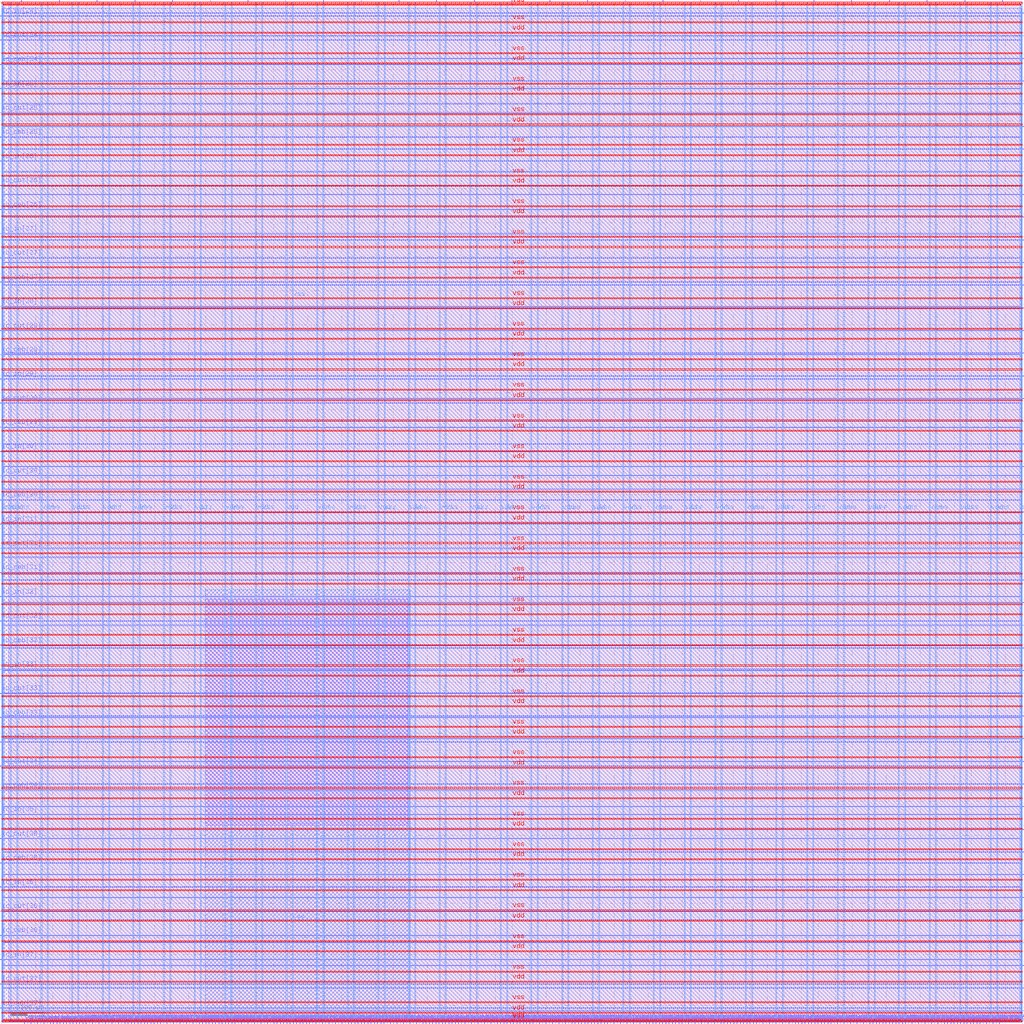
<source format=lef>
VERSION 5.7 ;
  NOWIREEXTENSIONATPIN ON ;
  DIVIDERCHAR "/" ;
  BUSBITCHARS "[]" ;
MACRO user_project_wrapper
  CLASS BLOCK ;
  FOREIGN user_project_wrapper ;
  ORIGIN 0.000 0.000 ;
  SIZE 3000.000 BY 3000.000 ;
  PIN io_in[0]
    DIRECTION INPUT ;
    USE SIGNAL ;
    PORT
      LAYER Metal3 ;
        RECT 2997.600 33.320 3004.800 34.440 ;
    END
  END io_in[0]
  PIN io_in[10]
    DIRECTION INPUT ;
    USE SIGNAL ;
    PORT
      LAYER Metal3 ;
        RECT 2997.600 2032.520 3004.800 2033.640 ;
    END
  END io_in[10]
  PIN io_in[11]
    DIRECTION INPUT ;
    USE SIGNAL ;
    PORT
      LAYER Metal3 ;
        RECT 2997.600 2232.440 3004.800 2233.560 ;
    END
  END io_in[11]
  PIN io_in[12]
    DIRECTION INPUT ;
    USE SIGNAL ;
    PORT
      LAYER Metal3 ;
        RECT 2997.600 2432.360 3004.800 2433.480 ;
    END
  END io_in[12]
  PIN io_in[13]
    DIRECTION INPUT ;
    USE SIGNAL ;
    PORT
      LAYER Metal3 ;
        RECT 2997.600 2632.280 3004.800 2633.400 ;
    END
  END io_in[13]
  PIN io_in[14]
    DIRECTION INPUT ;
    USE SIGNAL ;
    PORT
      LAYER Metal3 ;
        RECT 2997.600 2832.200 3004.800 2833.320 ;
    END
  END io_in[14]
  PIN io_in[15]
    DIRECTION INPUT ;
    USE SIGNAL ;
    PORT
      LAYER Metal2 ;
        RECT 2940.840 2997.600 2941.960 3004.800 ;
    END
  END io_in[15]
  PIN io_in[16]
    DIRECTION INPUT ;
    USE SIGNAL ;
    PORT
      LAYER Metal2 ;
        RECT 2608.200 2997.600 2609.320 3004.800 ;
    END
  END io_in[16]
  PIN io_in[17]
    DIRECTION INPUT ;
    USE SIGNAL ;
    PORT
      LAYER Metal2 ;
        RECT 2275.560 2997.600 2276.680 3004.800 ;
    END
  END io_in[17]
  PIN io_in[18]
    DIRECTION INPUT ;
    USE SIGNAL ;
    PORT
      LAYER Metal2 ;
        RECT 1942.920 2997.600 1944.040 3004.800 ;
    END
  END io_in[18]
  PIN io_in[19]
    DIRECTION INPUT ;
    USE SIGNAL ;
    PORT
      LAYER Metal2 ;
        RECT 1610.280 2997.600 1611.400 3004.800 ;
    END
  END io_in[19]
  PIN io_in[1]
    DIRECTION INPUT ;
    USE SIGNAL ;
    PORT
      LAYER Metal3 ;
        RECT 2997.600 233.240 3004.800 234.360 ;
    END
  END io_in[1]
  PIN io_in[20]
    DIRECTION INPUT ;
    USE SIGNAL ;
    PORT
      LAYER Metal2 ;
        RECT 1277.640 2997.600 1278.760 3004.800 ;
    END
  END io_in[20]
  PIN io_in[21]
    DIRECTION INPUT ;
    USE SIGNAL ;
    PORT
      LAYER Metal2 ;
        RECT 945.000 2997.600 946.120 3004.800 ;
    END
  END io_in[21]
  PIN io_in[22]
    DIRECTION INPUT ;
    USE SIGNAL ;
    PORT
      LAYER Metal2 ;
        RECT 612.360 2997.600 613.480 3004.800 ;
    END
  END io_in[22]
  PIN io_in[23]
    DIRECTION INPUT ;
    USE SIGNAL ;
    PORT
      LAYER Metal2 ;
        RECT 279.720 2997.600 280.840 3004.800 ;
    END
  END io_in[23]
  PIN io_in[24]
    DIRECTION INPUT ;
    USE SIGNAL ;
    PORT
      LAYER Metal3 ;
        RECT -4.800 2957.080 2.400 2958.200 ;
    END
  END io_in[24]
  PIN io_in[25]
    DIRECTION INPUT ;
    USE SIGNAL ;
    PORT
      LAYER Metal3 ;
        RECT -4.800 2743.720 2.400 2744.840 ;
    END
  END io_in[25]
  PIN io_in[26]
    DIRECTION INPUT ;
    USE SIGNAL ;
    PORT
      LAYER Metal3 ;
        RECT -4.800 2530.360 2.400 2531.480 ;
    END
  END io_in[26]
  PIN io_in[27]
    DIRECTION INPUT ;
    USE SIGNAL ;
    PORT
      LAYER Metal3 ;
        RECT -4.800 2317.000 2.400 2318.120 ;
    END
  END io_in[27]
  PIN io_in[28]
    DIRECTION INPUT ;
    USE SIGNAL ;
    PORT
      LAYER Metal3 ;
        RECT -4.800 2103.640 2.400 2104.760 ;
    END
  END io_in[28]
  PIN io_in[29]
    DIRECTION INPUT ;
    USE SIGNAL ;
    PORT
      LAYER Metal3 ;
        RECT -4.800 1890.280 2.400 1891.400 ;
    END
  END io_in[29]
  PIN io_in[2]
    DIRECTION INPUT ;
    USE SIGNAL ;
    PORT
      LAYER Metal3 ;
        RECT 2997.600 433.160 3004.800 434.280 ;
    END
  END io_in[2]
  PIN io_in[30]
    DIRECTION INPUT ;
    USE SIGNAL ;
    PORT
      LAYER Metal3 ;
        RECT -4.800 1676.920 2.400 1678.040 ;
    END
  END io_in[30]
  PIN io_in[31]
    DIRECTION INPUT ;
    USE SIGNAL ;
    PORT
      LAYER Metal3 ;
        RECT -4.800 1463.560 2.400 1464.680 ;
    END
  END io_in[31]
  PIN io_in[32]
    DIRECTION INPUT ;
    USE SIGNAL ;
    PORT
      LAYER Metal3 ;
        RECT -4.800 1250.200 2.400 1251.320 ;
    END
  END io_in[32]
  PIN io_in[33]
    DIRECTION INPUT ;
    USE SIGNAL ;
    PORT
      LAYER Metal3 ;
        RECT -4.800 1036.840 2.400 1037.960 ;
    END
  END io_in[33]
  PIN io_in[34]
    DIRECTION INPUT ;
    USE SIGNAL ;
    PORT
      LAYER Metal3 ;
        RECT -4.800 823.480 2.400 824.600 ;
    END
  END io_in[34]
  PIN io_in[35]
    DIRECTION INPUT ;
    USE SIGNAL ;
    PORT
      LAYER Metal3 ;
        RECT -4.800 610.120 2.400 611.240 ;
    END
  END io_in[35]
  PIN io_in[36]
    DIRECTION INPUT ;
    USE SIGNAL ;
    PORT
      LAYER Metal3 ;
        RECT -4.800 396.760 2.400 397.880 ;
    END
  END io_in[36]
  PIN io_in[37]
    DIRECTION INPUT ;
    USE SIGNAL ;
    PORT
      LAYER Metal3 ;
        RECT -4.800 183.400 2.400 184.520 ;
    END
  END io_in[37]
  PIN io_in[3]
    DIRECTION INPUT ;
    USE SIGNAL ;
    PORT
      LAYER Metal3 ;
        RECT 2997.600 633.080 3004.800 634.200 ;
    END
  END io_in[3]
  PIN io_in[4]
    DIRECTION INPUT ;
    USE SIGNAL ;
    PORT
      LAYER Metal3 ;
        RECT 2997.600 833.000 3004.800 834.120 ;
    END
  END io_in[4]
  PIN io_in[5]
    DIRECTION INPUT ;
    USE SIGNAL ;
    PORT
      LAYER Metal3 ;
        RECT 2997.600 1032.920 3004.800 1034.040 ;
    END
  END io_in[5]
  PIN io_in[6]
    DIRECTION INPUT ;
    USE SIGNAL ;
    PORT
      LAYER Metal3 ;
        RECT 2997.600 1232.840 3004.800 1233.960 ;
    END
  END io_in[6]
  PIN io_in[7]
    DIRECTION INPUT ;
    USE SIGNAL ;
    PORT
      LAYER Metal3 ;
        RECT 2997.600 1432.760 3004.800 1433.880 ;
    END
  END io_in[7]
  PIN io_in[8]
    DIRECTION INPUT ;
    USE SIGNAL ;
    PORT
      LAYER Metal3 ;
        RECT 2997.600 1632.680 3004.800 1633.800 ;
    END
  END io_in[8]
  PIN io_in[9]
    DIRECTION INPUT ;
    USE SIGNAL ;
    PORT
      LAYER Metal3 ;
        RECT 2997.600 1832.600 3004.800 1833.720 ;
    END
  END io_in[9]
  PIN io_oeb[0]
    DIRECTION OUTPUT TRISTATE ;
    USE SIGNAL ;
    PORT
      LAYER Metal3 ;
        RECT 2997.600 166.600 3004.800 167.720 ;
    END
  END io_oeb[0]
  PIN io_oeb[10]
    DIRECTION OUTPUT TRISTATE ;
    USE SIGNAL ;
    PORT
      LAYER Metal3 ;
        RECT 2997.600 2165.800 3004.800 2166.920 ;
    END
  END io_oeb[10]
  PIN io_oeb[11]
    DIRECTION OUTPUT TRISTATE ;
    USE SIGNAL ;
    PORT
      LAYER Metal3 ;
        RECT 2997.600 2365.720 3004.800 2366.840 ;
    END
  END io_oeb[11]
  PIN io_oeb[12]
    DIRECTION OUTPUT TRISTATE ;
    USE SIGNAL ;
    PORT
      LAYER Metal3 ;
        RECT 2997.600 2565.640 3004.800 2566.760 ;
    END
  END io_oeb[12]
  PIN io_oeb[13]
    DIRECTION OUTPUT TRISTATE ;
    USE SIGNAL ;
    PORT
      LAYER Metal3 ;
        RECT 2997.600 2765.560 3004.800 2766.680 ;
    END
  END io_oeb[13]
  PIN io_oeb[14]
    DIRECTION OUTPUT TRISTATE ;
    USE SIGNAL ;
    PORT
      LAYER Metal3 ;
        RECT 2997.600 2965.480 3004.800 2966.600 ;
    END
  END io_oeb[14]
  PIN io_oeb[15]
    DIRECTION OUTPUT TRISTATE ;
    USE SIGNAL ;
    PORT
      LAYER Metal2 ;
        RECT 2719.080 2997.600 2720.200 3004.800 ;
    END
  END io_oeb[15]
  PIN io_oeb[16]
    DIRECTION OUTPUT TRISTATE ;
    USE SIGNAL ;
    PORT
      LAYER Metal2 ;
        RECT 2386.440 2997.600 2387.560 3004.800 ;
    END
  END io_oeb[16]
  PIN io_oeb[17]
    DIRECTION OUTPUT TRISTATE ;
    USE SIGNAL ;
    PORT
      LAYER Metal2 ;
        RECT 2053.800 2997.600 2054.920 3004.800 ;
    END
  END io_oeb[17]
  PIN io_oeb[18]
    DIRECTION OUTPUT TRISTATE ;
    USE SIGNAL ;
    PORT
      LAYER Metal2 ;
        RECT 1721.160 2997.600 1722.280 3004.800 ;
    END
  END io_oeb[18]
  PIN io_oeb[19]
    DIRECTION OUTPUT TRISTATE ;
    USE SIGNAL ;
    PORT
      LAYER Metal2 ;
        RECT 1388.520 2997.600 1389.640 3004.800 ;
    END
  END io_oeb[19]
  PIN io_oeb[1]
    DIRECTION OUTPUT TRISTATE ;
    USE SIGNAL ;
    PORT
      LAYER Metal3 ;
        RECT 2997.600 366.520 3004.800 367.640 ;
    END
  END io_oeb[1]
  PIN io_oeb[20]
    DIRECTION OUTPUT TRISTATE ;
    USE SIGNAL ;
    PORT
      LAYER Metal2 ;
        RECT 1055.880 2997.600 1057.000 3004.800 ;
    END
  END io_oeb[20]
  PIN io_oeb[21]
    DIRECTION OUTPUT TRISTATE ;
    USE SIGNAL ;
    PORT
      LAYER Metal2 ;
        RECT 723.240 2997.600 724.360 3004.800 ;
    END
  END io_oeb[21]
  PIN io_oeb[22]
    DIRECTION OUTPUT TRISTATE ;
    USE SIGNAL ;
    PORT
      LAYER Metal2 ;
        RECT 390.600 2997.600 391.720 3004.800 ;
    END
  END io_oeb[22]
  PIN io_oeb[23]
    DIRECTION OUTPUT TRISTATE ;
    USE SIGNAL ;
    PORT
      LAYER Metal2 ;
        RECT 57.960 2997.600 59.080 3004.800 ;
    END
  END io_oeb[23]
  PIN io_oeb[24]
    DIRECTION OUTPUT TRISTATE ;
    USE SIGNAL ;
    PORT
      LAYER Metal3 ;
        RECT -4.800 2814.840 2.400 2815.960 ;
    END
  END io_oeb[24]
  PIN io_oeb[25]
    DIRECTION OUTPUT TRISTATE ;
    USE SIGNAL ;
    PORT
      LAYER Metal3 ;
        RECT -4.800 2601.480 2.400 2602.600 ;
    END
  END io_oeb[25]
  PIN io_oeb[26]
    DIRECTION OUTPUT TRISTATE ;
    USE SIGNAL ;
    PORT
      LAYER Metal3 ;
        RECT -4.800 2388.120 2.400 2389.240 ;
    END
  END io_oeb[26]
  PIN io_oeb[27]
    DIRECTION OUTPUT TRISTATE ;
    USE SIGNAL ;
    PORT
      LAYER Metal3 ;
        RECT -4.800 2174.760 2.400 2175.880 ;
    END
  END io_oeb[27]
  PIN io_oeb[28]
    DIRECTION OUTPUT TRISTATE ;
    USE SIGNAL ;
    PORT
      LAYER Metal3 ;
        RECT -4.800 1961.400 2.400 1962.520 ;
    END
  END io_oeb[28]
  PIN io_oeb[29]
    DIRECTION OUTPUT TRISTATE ;
    USE SIGNAL ;
    PORT
      LAYER Metal3 ;
        RECT -4.800 1748.040 2.400 1749.160 ;
    END
  END io_oeb[29]
  PIN io_oeb[2]
    DIRECTION OUTPUT TRISTATE ;
    USE SIGNAL ;
    PORT
      LAYER Metal3 ;
        RECT 2997.600 566.440 3004.800 567.560 ;
    END
  END io_oeb[2]
  PIN io_oeb[30]
    DIRECTION OUTPUT TRISTATE ;
    USE SIGNAL ;
    PORT
      LAYER Metal3 ;
        RECT -4.800 1534.680 2.400 1535.800 ;
    END
  END io_oeb[30]
  PIN io_oeb[31]
    DIRECTION OUTPUT TRISTATE ;
    USE SIGNAL ;
    PORT
      LAYER Metal3 ;
        RECT -4.800 1321.320 2.400 1322.440 ;
    END
  END io_oeb[31]
  PIN io_oeb[32]
    DIRECTION OUTPUT TRISTATE ;
    USE SIGNAL ;
    PORT
      LAYER Metal3 ;
        RECT -4.800 1107.960 2.400 1109.080 ;
    END
  END io_oeb[32]
  PIN io_oeb[33]
    DIRECTION OUTPUT TRISTATE ;
    USE SIGNAL ;
    PORT
      LAYER Metal3 ;
        RECT -4.800 894.600 2.400 895.720 ;
    END
  END io_oeb[33]
  PIN io_oeb[34]
    DIRECTION OUTPUT TRISTATE ;
    USE SIGNAL ;
    PORT
      LAYER Metal3 ;
        RECT -4.800 681.240 2.400 682.360 ;
    END
  END io_oeb[34]
  PIN io_oeb[35]
    DIRECTION OUTPUT TRISTATE ;
    USE SIGNAL ;
    PORT
      LAYER Metal3 ;
        RECT -4.800 467.880 2.400 469.000 ;
    END
  END io_oeb[35]
  PIN io_oeb[36]
    DIRECTION OUTPUT TRISTATE ;
    USE SIGNAL ;
    PORT
      LAYER Metal3 ;
        RECT -4.800 254.520 2.400 255.640 ;
    END
  END io_oeb[36]
  PIN io_oeb[37]
    DIRECTION OUTPUT TRISTATE ;
    USE SIGNAL ;
    PORT
      LAYER Metal3 ;
        RECT -4.800 41.160 2.400 42.280 ;
    END
  END io_oeb[37]
  PIN io_oeb[3]
    DIRECTION OUTPUT TRISTATE ;
    USE SIGNAL ;
    PORT
      LAYER Metal3 ;
        RECT 2997.600 766.360 3004.800 767.480 ;
    END
  END io_oeb[3]
  PIN io_oeb[4]
    DIRECTION OUTPUT TRISTATE ;
    USE SIGNAL ;
    PORT
      LAYER Metal3 ;
        RECT 2997.600 966.280 3004.800 967.400 ;
    END
  END io_oeb[4]
  PIN io_oeb[5]
    DIRECTION OUTPUT TRISTATE ;
    USE SIGNAL ;
    PORT
      LAYER Metal3 ;
        RECT 2997.600 1166.200 3004.800 1167.320 ;
    END
  END io_oeb[5]
  PIN io_oeb[6]
    DIRECTION OUTPUT TRISTATE ;
    USE SIGNAL ;
    PORT
      LAYER Metal3 ;
        RECT 2997.600 1366.120 3004.800 1367.240 ;
    END
  END io_oeb[6]
  PIN io_oeb[7]
    DIRECTION OUTPUT TRISTATE ;
    USE SIGNAL ;
    PORT
      LAYER Metal3 ;
        RECT 2997.600 1566.040 3004.800 1567.160 ;
    END
  END io_oeb[7]
  PIN io_oeb[8]
    DIRECTION OUTPUT TRISTATE ;
    USE SIGNAL ;
    PORT
      LAYER Metal3 ;
        RECT 2997.600 1765.960 3004.800 1767.080 ;
    END
  END io_oeb[8]
  PIN io_oeb[9]
    DIRECTION OUTPUT TRISTATE ;
    USE SIGNAL ;
    PORT
      LAYER Metal3 ;
        RECT 2997.600 1965.880 3004.800 1967.000 ;
    END
  END io_oeb[9]
  PIN io_out[0]
    DIRECTION OUTPUT TRISTATE ;
    USE SIGNAL ;
    PORT
      LAYER Metal3 ;
        RECT 2997.600 99.960 3004.800 101.080 ;
    END
  END io_out[0]
  PIN io_out[10]
    DIRECTION OUTPUT TRISTATE ;
    USE SIGNAL ;
    PORT
      LAYER Metal3 ;
        RECT 2997.600 2099.160 3004.800 2100.280 ;
    END
  END io_out[10]
  PIN io_out[11]
    DIRECTION OUTPUT TRISTATE ;
    USE SIGNAL ;
    PORT
      LAYER Metal3 ;
        RECT 2997.600 2299.080 3004.800 2300.200 ;
    END
  END io_out[11]
  PIN io_out[12]
    DIRECTION OUTPUT TRISTATE ;
    USE SIGNAL ;
    PORT
      LAYER Metal3 ;
        RECT 2997.600 2499.000 3004.800 2500.120 ;
    END
  END io_out[12]
  PIN io_out[13]
    DIRECTION OUTPUT TRISTATE ;
    USE SIGNAL ;
    PORT
      LAYER Metal3 ;
        RECT 2997.600 2698.920 3004.800 2700.040 ;
    END
  END io_out[13]
  PIN io_out[14]
    DIRECTION OUTPUT TRISTATE ;
    USE SIGNAL ;
    PORT
      LAYER Metal3 ;
        RECT 2997.600 2898.840 3004.800 2899.960 ;
    END
  END io_out[14]
  PIN io_out[15]
    DIRECTION OUTPUT TRISTATE ;
    USE SIGNAL ;
    PORT
      LAYER Metal2 ;
        RECT 2829.960 2997.600 2831.080 3004.800 ;
    END
  END io_out[15]
  PIN io_out[16]
    DIRECTION OUTPUT TRISTATE ;
    USE SIGNAL ;
    PORT
      LAYER Metal2 ;
        RECT 2497.320 2997.600 2498.440 3004.800 ;
    END
  END io_out[16]
  PIN io_out[17]
    DIRECTION OUTPUT TRISTATE ;
    USE SIGNAL ;
    PORT
      LAYER Metal2 ;
        RECT 2164.680 2997.600 2165.800 3004.800 ;
    END
  END io_out[17]
  PIN io_out[18]
    DIRECTION OUTPUT TRISTATE ;
    USE SIGNAL ;
    PORT
      LAYER Metal2 ;
        RECT 1832.040 2997.600 1833.160 3004.800 ;
    END
  END io_out[18]
  PIN io_out[19]
    DIRECTION OUTPUT TRISTATE ;
    USE SIGNAL ;
    PORT
      LAYER Metal2 ;
        RECT 1499.400 2997.600 1500.520 3004.800 ;
    END
  END io_out[19]
  PIN io_out[1]
    DIRECTION OUTPUT TRISTATE ;
    USE SIGNAL ;
    PORT
      LAYER Metal3 ;
        RECT 2997.600 299.880 3004.800 301.000 ;
    END
  END io_out[1]
  PIN io_out[20]
    DIRECTION OUTPUT TRISTATE ;
    USE SIGNAL ;
    PORT
      LAYER Metal2 ;
        RECT 1166.760 2997.600 1167.880 3004.800 ;
    END
  END io_out[20]
  PIN io_out[21]
    DIRECTION OUTPUT TRISTATE ;
    USE SIGNAL ;
    PORT
      LAYER Metal2 ;
        RECT 834.120 2997.600 835.240 3004.800 ;
    END
  END io_out[21]
  PIN io_out[22]
    DIRECTION OUTPUT TRISTATE ;
    USE SIGNAL ;
    PORT
      LAYER Metal2 ;
        RECT 501.480 2997.600 502.600 3004.800 ;
    END
  END io_out[22]
  PIN io_out[23]
    DIRECTION OUTPUT TRISTATE ;
    USE SIGNAL ;
    PORT
      LAYER Metal2 ;
        RECT 168.840 2997.600 169.960 3004.800 ;
    END
  END io_out[23]
  PIN io_out[24]
    DIRECTION OUTPUT TRISTATE ;
    USE SIGNAL ;
    PORT
      LAYER Metal3 ;
        RECT -4.800 2885.960 2.400 2887.080 ;
    END
  END io_out[24]
  PIN io_out[25]
    DIRECTION OUTPUT TRISTATE ;
    USE SIGNAL ;
    PORT
      LAYER Metal3 ;
        RECT -4.800 2672.600 2.400 2673.720 ;
    END
  END io_out[25]
  PIN io_out[26]
    DIRECTION OUTPUT TRISTATE ;
    USE SIGNAL ;
    PORT
      LAYER Metal3 ;
        RECT -4.800 2459.240 2.400 2460.360 ;
    END
  END io_out[26]
  PIN io_out[27]
    DIRECTION OUTPUT TRISTATE ;
    USE SIGNAL ;
    PORT
      LAYER Metal3 ;
        RECT -4.800 2245.880 2.400 2247.000 ;
    END
  END io_out[27]
  PIN io_out[28]
    DIRECTION OUTPUT TRISTATE ;
    USE SIGNAL ;
    PORT
      LAYER Metal3 ;
        RECT -4.800 2032.520 2.400 2033.640 ;
    END
  END io_out[28]
  PIN io_out[29]
    DIRECTION OUTPUT TRISTATE ;
    USE SIGNAL ;
    PORT
      LAYER Metal3 ;
        RECT -4.800 1819.160 2.400 1820.280 ;
    END
  END io_out[29]
  PIN io_out[2]
    DIRECTION OUTPUT TRISTATE ;
    USE SIGNAL ;
    PORT
      LAYER Metal3 ;
        RECT 2997.600 499.800 3004.800 500.920 ;
    END
  END io_out[2]
  PIN io_out[30]
    DIRECTION OUTPUT TRISTATE ;
    USE SIGNAL ;
    PORT
      LAYER Metal3 ;
        RECT -4.800 1605.800 2.400 1606.920 ;
    END
  END io_out[30]
  PIN io_out[31]
    DIRECTION OUTPUT TRISTATE ;
    USE SIGNAL ;
    PORT
      LAYER Metal3 ;
        RECT -4.800 1392.440 2.400 1393.560 ;
    END
  END io_out[31]
  PIN io_out[32]
    DIRECTION OUTPUT TRISTATE ;
    USE SIGNAL ;
    PORT
      LAYER Metal3 ;
        RECT -4.800 1179.080 2.400 1180.200 ;
    END
  END io_out[32]
  PIN io_out[33]
    DIRECTION OUTPUT TRISTATE ;
    USE SIGNAL ;
    PORT
      LAYER Metal3 ;
        RECT -4.800 965.720 2.400 966.840 ;
    END
  END io_out[33]
  PIN io_out[34]
    DIRECTION OUTPUT TRISTATE ;
    USE SIGNAL ;
    PORT
      LAYER Metal3 ;
        RECT -4.800 752.360 2.400 753.480 ;
    END
  END io_out[34]
  PIN io_out[35]
    DIRECTION OUTPUT TRISTATE ;
    USE SIGNAL ;
    PORT
      LAYER Metal3 ;
        RECT -4.800 539.000 2.400 540.120 ;
    END
  END io_out[35]
  PIN io_out[36]
    DIRECTION OUTPUT TRISTATE ;
    USE SIGNAL ;
    PORT
      LAYER Metal3 ;
        RECT -4.800 325.640 2.400 326.760 ;
    END
  END io_out[36]
  PIN io_out[37]
    DIRECTION OUTPUT TRISTATE ;
    USE SIGNAL ;
    PORT
      LAYER Metal3 ;
        RECT -4.800 112.280 2.400 113.400 ;
    END
  END io_out[37]
  PIN io_out[3]
    DIRECTION OUTPUT TRISTATE ;
    USE SIGNAL ;
    PORT
      LAYER Metal3 ;
        RECT 2997.600 699.720 3004.800 700.840 ;
    END
  END io_out[3]
  PIN io_out[4]
    DIRECTION OUTPUT TRISTATE ;
    USE SIGNAL ;
    PORT
      LAYER Metal3 ;
        RECT 2997.600 899.640 3004.800 900.760 ;
    END
  END io_out[4]
  PIN io_out[5]
    DIRECTION OUTPUT TRISTATE ;
    USE SIGNAL ;
    PORT
      LAYER Metal3 ;
        RECT 2997.600 1099.560 3004.800 1100.680 ;
    END
  END io_out[5]
  PIN io_out[6]
    DIRECTION OUTPUT TRISTATE ;
    USE SIGNAL ;
    PORT
      LAYER Metal3 ;
        RECT 2997.600 1299.480 3004.800 1300.600 ;
    END
  END io_out[6]
  PIN io_out[7]
    DIRECTION OUTPUT TRISTATE ;
    USE SIGNAL ;
    PORT
      LAYER Metal3 ;
        RECT 2997.600 1499.400 3004.800 1500.520 ;
    END
  END io_out[7]
  PIN io_out[8]
    DIRECTION OUTPUT TRISTATE ;
    USE SIGNAL ;
    PORT
      LAYER Metal3 ;
        RECT 2997.600 1699.320 3004.800 1700.440 ;
    END
  END io_out[8]
  PIN io_out[9]
    DIRECTION OUTPUT TRISTATE ;
    USE SIGNAL ;
    PORT
      LAYER Metal3 ;
        RECT 2997.600 1899.240 3004.800 1900.360 ;
    END
  END io_out[9]
  PIN la_data_in[0]
    DIRECTION INPUT ;
    USE SIGNAL ;
    PORT
      LAYER Metal2 ;
        RECT 1075.480 -4.800 1076.600 2.400 ;
    END
  END la_data_in[0]
  PIN la_data_in[10]
    DIRECTION INPUT ;
    USE SIGNAL ;
    PORT
      LAYER Metal2 ;
        RECT 1361.080 -4.800 1362.200 2.400 ;
    END
  END la_data_in[10]
  PIN la_data_in[11]
    DIRECTION INPUT ;
    USE SIGNAL ;
    PORT
      LAYER Metal2 ;
        RECT 1389.640 -4.800 1390.760 2.400 ;
    END
  END la_data_in[11]
  PIN la_data_in[12]
    DIRECTION INPUT ;
    USE SIGNAL ;
    PORT
      LAYER Metal2 ;
        RECT 1418.200 -4.800 1419.320 2.400 ;
    END
  END la_data_in[12]
  PIN la_data_in[13]
    DIRECTION INPUT ;
    USE SIGNAL ;
    PORT
      LAYER Metal2 ;
        RECT 1446.760 -4.800 1447.880 2.400 ;
    END
  END la_data_in[13]
  PIN la_data_in[14]
    DIRECTION INPUT ;
    USE SIGNAL ;
    PORT
      LAYER Metal2 ;
        RECT 1475.320 -4.800 1476.440 2.400 ;
    END
  END la_data_in[14]
  PIN la_data_in[15]
    DIRECTION INPUT ;
    USE SIGNAL ;
    PORT
      LAYER Metal2 ;
        RECT 1503.880 -4.800 1505.000 2.400 ;
    END
  END la_data_in[15]
  PIN la_data_in[16]
    DIRECTION INPUT ;
    USE SIGNAL ;
    PORT
      LAYER Metal2 ;
        RECT 1532.440 -4.800 1533.560 2.400 ;
    END
  END la_data_in[16]
  PIN la_data_in[17]
    DIRECTION INPUT ;
    USE SIGNAL ;
    PORT
      LAYER Metal2 ;
        RECT 1561.000 -4.800 1562.120 2.400 ;
    END
  END la_data_in[17]
  PIN la_data_in[18]
    DIRECTION INPUT ;
    USE SIGNAL ;
    PORT
      LAYER Metal2 ;
        RECT 1589.560 -4.800 1590.680 2.400 ;
    END
  END la_data_in[18]
  PIN la_data_in[19]
    DIRECTION INPUT ;
    USE SIGNAL ;
    PORT
      LAYER Metal2 ;
        RECT 1618.120 -4.800 1619.240 2.400 ;
    END
  END la_data_in[19]
  PIN la_data_in[1]
    DIRECTION INPUT ;
    USE SIGNAL ;
    PORT
      LAYER Metal2 ;
        RECT 1104.040 -4.800 1105.160 2.400 ;
    END
  END la_data_in[1]
  PIN la_data_in[20]
    DIRECTION INPUT ;
    USE SIGNAL ;
    PORT
      LAYER Metal2 ;
        RECT 1646.680 -4.800 1647.800 2.400 ;
    END
  END la_data_in[20]
  PIN la_data_in[21]
    DIRECTION INPUT ;
    USE SIGNAL ;
    PORT
      LAYER Metal2 ;
        RECT 1675.240 -4.800 1676.360 2.400 ;
    END
  END la_data_in[21]
  PIN la_data_in[22]
    DIRECTION INPUT ;
    USE SIGNAL ;
    PORT
      LAYER Metal2 ;
        RECT 1703.800 -4.800 1704.920 2.400 ;
    END
  END la_data_in[22]
  PIN la_data_in[23]
    DIRECTION INPUT ;
    USE SIGNAL ;
    PORT
      LAYER Metal2 ;
        RECT 1732.360 -4.800 1733.480 2.400 ;
    END
  END la_data_in[23]
  PIN la_data_in[24]
    DIRECTION INPUT ;
    USE SIGNAL ;
    PORT
      LAYER Metal2 ;
        RECT 1760.920 -4.800 1762.040 2.400 ;
    END
  END la_data_in[24]
  PIN la_data_in[25]
    DIRECTION INPUT ;
    USE SIGNAL ;
    PORT
      LAYER Metal2 ;
        RECT 1789.480 -4.800 1790.600 2.400 ;
    END
  END la_data_in[25]
  PIN la_data_in[26]
    DIRECTION INPUT ;
    USE SIGNAL ;
    PORT
      LAYER Metal2 ;
        RECT 1818.040 -4.800 1819.160 2.400 ;
    END
  END la_data_in[26]
  PIN la_data_in[27]
    DIRECTION INPUT ;
    USE SIGNAL ;
    PORT
      LAYER Metal2 ;
        RECT 1846.600 -4.800 1847.720 2.400 ;
    END
  END la_data_in[27]
  PIN la_data_in[28]
    DIRECTION INPUT ;
    USE SIGNAL ;
    PORT
      LAYER Metal2 ;
        RECT 1875.160 -4.800 1876.280 2.400 ;
    END
  END la_data_in[28]
  PIN la_data_in[29]
    DIRECTION INPUT ;
    USE SIGNAL ;
    PORT
      LAYER Metal2 ;
        RECT 1903.720 -4.800 1904.840 2.400 ;
    END
  END la_data_in[29]
  PIN la_data_in[2]
    DIRECTION INPUT ;
    USE SIGNAL ;
    PORT
      LAYER Metal2 ;
        RECT 1132.600 -4.800 1133.720 2.400 ;
    END
  END la_data_in[2]
  PIN la_data_in[30]
    DIRECTION INPUT ;
    USE SIGNAL ;
    PORT
      LAYER Metal2 ;
        RECT 1932.280 -4.800 1933.400 2.400 ;
    END
  END la_data_in[30]
  PIN la_data_in[31]
    DIRECTION INPUT ;
    USE SIGNAL ;
    PORT
      LAYER Metal2 ;
        RECT 1960.840 -4.800 1961.960 2.400 ;
    END
  END la_data_in[31]
  PIN la_data_in[32]
    DIRECTION INPUT ;
    USE SIGNAL ;
    PORT
      LAYER Metal2 ;
        RECT 1989.400 -4.800 1990.520 2.400 ;
    END
  END la_data_in[32]
  PIN la_data_in[33]
    DIRECTION INPUT ;
    USE SIGNAL ;
    PORT
      LAYER Metal2 ;
        RECT 2017.960 -4.800 2019.080 2.400 ;
    END
  END la_data_in[33]
  PIN la_data_in[34]
    DIRECTION INPUT ;
    USE SIGNAL ;
    PORT
      LAYER Metal2 ;
        RECT 2046.520 -4.800 2047.640 2.400 ;
    END
  END la_data_in[34]
  PIN la_data_in[35]
    DIRECTION INPUT ;
    USE SIGNAL ;
    PORT
      LAYER Metal2 ;
        RECT 2075.080 -4.800 2076.200 2.400 ;
    END
  END la_data_in[35]
  PIN la_data_in[36]
    DIRECTION INPUT ;
    USE SIGNAL ;
    PORT
      LAYER Metal2 ;
        RECT 2103.640 -4.800 2104.760 2.400 ;
    END
  END la_data_in[36]
  PIN la_data_in[37]
    DIRECTION INPUT ;
    USE SIGNAL ;
    PORT
      LAYER Metal2 ;
        RECT 2132.200 -4.800 2133.320 2.400 ;
    END
  END la_data_in[37]
  PIN la_data_in[38]
    DIRECTION INPUT ;
    USE SIGNAL ;
    PORT
      LAYER Metal2 ;
        RECT 2160.760 -4.800 2161.880 2.400 ;
    END
  END la_data_in[38]
  PIN la_data_in[39]
    DIRECTION INPUT ;
    USE SIGNAL ;
    PORT
      LAYER Metal2 ;
        RECT 2189.320 -4.800 2190.440 2.400 ;
    END
  END la_data_in[39]
  PIN la_data_in[3]
    DIRECTION INPUT ;
    USE SIGNAL ;
    PORT
      LAYER Metal2 ;
        RECT 1161.160 -4.800 1162.280 2.400 ;
    END
  END la_data_in[3]
  PIN la_data_in[40]
    DIRECTION INPUT ;
    USE SIGNAL ;
    PORT
      LAYER Metal2 ;
        RECT 2217.880 -4.800 2219.000 2.400 ;
    END
  END la_data_in[40]
  PIN la_data_in[41]
    DIRECTION INPUT ;
    USE SIGNAL ;
    PORT
      LAYER Metal2 ;
        RECT 2246.440 -4.800 2247.560 2.400 ;
    END
  END la_data_in[41]
  PIN la_data_in[42]
    DIRECTION INPUT ;
    USE SIGNAL ;
    PORT
      LAYER Metal2 ;
        RECT 2275.000 -4.800 2276.120 2.400 ;
    END
  END la_data_in[42]
  PIN la_data_in[43]
    DIRECTION INPUT ;
    USE SIGNAL ;
    PORT
      LAYER Metal2 ;
        RECT 2303.560 -4.800 2304.680 2.400 ;
    END
  END la_data_in[43]
  PIN la_data_in[44]
    DIRECTION INPUT ;
    USE SIGNAL ;
    PORT
      LAYER Metal2 ;
        RECT 2332.120 -4.800 2333.240 2.400 ;
    END
  END la_data_in[44]
  PIN la_data_in[45]
    DIRECTION INPUT ;
    USE SIGNAL ;
    PORT
      LAYER Metal2 ;
        RECT 2360.680 -4.800 2361.800 2.400 ;
    END
  END la_data_in[45]
  PIN la_data_in[46]
    DIRECTION INPUT ;
    USE SIGNAL ;
    PORT
      LAYER Metal2 ;
        RECT 2389.240 -4.800 2390.360 2.400 ;
    END
  END la_data_in[46]
  PIN la_data_in[47]
    DIRECTION INPUT ;
    USE SIGNAL ;
    PORT
      LAYER Metal2 ;
        RECT 2417.800 -4.800 2418.920 2.400 ;
    END
  END la_data_in[47]
  PIN la_data_in[48]
    DIRECTION INPUT ;
    USE SIGNAL ;
    PORT
      LAYER Metal2 ;
        RECT 2446.360 -4.800 2447.480 2.400 ;
    END
  END la_data_in[48]
  PIN la_data_in[49]
    DIRECTION INPUT ;
    USE SIGNAL ;
    PORT
      LAYER Metal2 ;
        RECT 2474.920 -4.800 2476.040 2.400 ;
    END
  END la_data_in[49]
  PIN la_data_in[4]
    DIRECTION INPUT ;
    USE SIGNAL ;
    PORT
      LAYER Metal2 ;
        RECT 1189.720 -4.800 1190.840 2.400 ;
    END
  END la_data_in[4]
  PIN la_data_in[50]
    DIRECTION INPUT ;
    USE SIGNAL ;
    PORT
      LAYER Metal2 ;
        RECT 2503.480 -4.800 2504.600 2.400 ;
    END
  END la_data_in[50]
  PIN la_data_in[51]
    DIRECTION INPUT ;
    USE SIGNAL ;
    PORT
      LAYER Metal2 ;
        RECT 2532.040 -4.800 2533.160 2.400 ;
    END
  END la_data_in[51]
  PIN la_data_in[52]
    DIRECTION INPUT ;
    USE SIGNAL ;
    PORT
      LAYER Metal2 ;
        RECT 2560.600 -4.800 2561.720 2.400 ;
    END
  END la_data_in[52]
  PIN la_data_in[53]
    DIRECTION INPUT ;
    USE SIGNAL ;
    PORT
      LAYER Metal2 ;
        RECT 2589.160 -4.800 2590.280 2.400 ;
    END
  END la_data_in[53]
  PIN la_data_in[54]
    DIRECTION INPUT ;
    USE SIGNAL ;
    PORT
      LAYER Metal2 ;
        RECT 2617.720 -4.800 2618.840 2.400 ;
    END
  END la_data_in[54]
  PIN la_data_in[55]
    DIRECTION INPUT ;
    USE SIGNAL ;
    PORT
      LAYER Metal2 ;
        RECT 2646.280 -4.800 2647.400 2.400 ;
    END
  END la_data_in[55]
  PIN la_data_in[56]
    DIRECTION INPUT ;
    USE SIGNAL ;
    PORT
      LAYER Metal2 ;
        RECT 2674.840 -4.800 2675.960 2.400 ;
    END
  END la_data_in[56]
  PIN la_data_in[57]
    DIRECTION INPUT ;
    USE SIGNAL ;
    PORT
      LAYER Metal2 ;
        RECT 2703.400 -4.800 2704.520 2.400 ;
    END
  END la_data_in[57]
  PIN la_data_in[58]
    DIRECTION INPUT ;
    USE SIGNAL ;
    PORT
      LAYER Metal2 ;
        RECT 2731.960 -4.800 2733.080 2.400 ;
    END
  END la_data_in[58]
  PIN la_data_in[59]
    DIRECTION INPUT ;
    USE SIGNAL ;
    PORT
      LAYER Metal2 ;
        RECT 2760.520 -4.800 2761.640 2.400 ;
    END
  END la_data_in[59]
  PIN la_data_in[5]
    DIRECTION INPUT ;
    USE SIGNAL ;
    PORT
      LAYER Metal2 ;
        RECT 1218.280 -4.800 1219.400 2.400 ;
    END
  END la_data_in[5]
  PIN la_data_in[60]
    DIRECTION INPUT ;
    USE SIGNAL ;
    PORT
      LAYER Metal2 ;
        RECT 2789.080 -4.800 2790.200 2.400 ;
    END
  END la_data_in[60]
  PIN la_data_in[61]
    DIRECTION INPUT ;
    USE SIGNAL ;
    PORT
      LAYER Metal2 ;
        RECT 2817.640 -4.800 2818.760 2.400 ;
    END
  END la_data_in[61]
  PIN la_data_in[62]
    DIRECTION INPUT ;
    USE SIGNAL ;
    PORT
      LAYER Metal2 ;
        RECT 2846.200 -4.800 2847.320 2.400 ;
    END
  END la_data_in[62]
  PIN la_data_in[63]
    DIRECTION INPUT ;
    USE SIGNAL ;
    PORT
      LAYER Metal2 ;
        RECT 2874.760 -4.800 2875.880 2.400 ;
    END
  END la_data_in[63]
  PIN la_data_in[6]
    DIRECTION INPUT ;
    USE SIGNAL ;
    PORT
      LAYER Metal2 ;
        RECT 1246.840 -4.800 1247.960 2.400 ;
    END
  END la_data_in[6]
  PIN la_data_in[7]
    DIRECTION INPUT ;
    USE SIGNAL ;
    PORT
      LAYER Metal2 ;
        RECT 1275.400 -4.800 1276.520 2.400 ;
    END
  END la_data_in[7]
  PIN la_data_in[8]
    DIRECTION INPUT ;
    USE SIGNAL ;
    PORT
      LAYER Metal2 ;
        RECT 1303.960 -4.800 1305.080 2.400 ;
    END
  END la_data_in[8]
  PIN la_data_in[9]
    DIRECTION INPUT ;
    USE SIGNAL ;
    PORT
      LAYER Metal2 ;
        RECT 1332.520 -4.800 1333.640 2.400 ;
    END
  END la_data_in[9]
  PIN la_data_out[0]
    DIRECTION OUTPUT TRISTATE ;
    USE SIGNAL ;
    PORT
      LAYER Metal2 ;
        RECT 1085.000 -4.800 1086.120 2.400 ;
    END
  END la_data_out[0]
  PIN la_data_out[10]
    DIRECTION OUTPUT TRISTATE ;
    USE SIGNAL ;
    PORT
      LAYER Metal2 ;
        RECT 1370.600 -4.800 1371.720 2.400 ;
    END
  END la_data_out[10]
  PIN la_data_out[11]
    DIRECTION OUTPUT TRISTATE ;
    USE SIGNAL ;
    PORT
      LAYER Metal2 ;
        RECT 1399.160 -4.800 1400.280 2.400 ;
    END
  END la_data_out[11]
  PIN la_data_out[12]
    DIRECTION OUTPUT TRISTATE ;
    USE SIGNAL ;
    PORT
      LAYER Metal2 ;
        RECT 1427.720 -4.800 1428.840 2.400 ;
    END
  END la_data_out[12]
  PIN la_data_out[13]
    DIRECTION OUTPUT TRISTATE ;
    USE SIGNAL ;
    PORT
      LAYER Metal2 ;
        RECT 1456.280 -4.800 1457.400 2.400 ;
    END
  END la_data_out[13]
  PIN la_data_out[14]
    DIRECTION OUTPUT TRISTATE ;
    USE SIGNAL ;
    PORT
      LAYER Metal2 ;
        RECT 1484.840 -4.800 1485.960 2.400 ;
    END
  END la_data_out[14]
  PIN la_data_out[15]
    DIRECTION OUTPUT TRISTATE ;
    USE SIGNAL ;
    PORT
      LAYER Metal2 ;
        RECT 1513.400 -4.800 1514.520 2.400 ;
    END
  END la_data_out[15]
  PIN la_data_out[16]
    DIRECTION OUTPUT TRISTATE ;
    USE SIGNAL ;
    PORT
      LAYER Metal2 ;
        RECT 1541.960 -4.800 1543.080 2.400 ;
    END
  END la_data_out[16]
  PIN la_data_out[17]
    DIRECTION OUTPUT TRISTATE ;
    USE SIGNAL ;
    PORT
      LAYER Metal2 ;
        RECT 1570.520 -4.800 1571.640 2.400 ;
    END
  END la_data_out[17]
  PIN la_data_out[18]
    DIRECTION OUTPUT TRISTATE ;
    USE SIGNAL ;
    PORT
      LAYER Metal2 ;
        RECT 1599.080 -4.800 1600.200 2.400 ;
    END
  END la_data_out[18]
  PIN la_data_out[19]
    DIRECTION OUTPUT TRISTATE ;
    USE SIGNAL ;
    PORT
      LAYER Metal2 ;
        RECT 1627.640 -4.800 1628.760 2.400 ;
    END
  END la_data_out[19]
  PIN la_data_out[1]
    DIRECTION OUTPUT TRISTATE ;
    USE SIGNAL ;
    PORT
      LAYER Metal2 ;
        RECT 1113.560 -4.800 1114.680 2.400 ;
    END
  END la_data_out[1]
  PIN la_data_out[20]
    DIRECTION OUTPUT TRISTATE ;
    USE SIGNAL ;
    PORT
      LAYER Metal2 ;
        RECT 1656.200 -4.800 1657.320 2.400 ;
    END
  END la_data_out[20]
  PIN la_data_out[21]
    DIRECTION OUTPUT TRISTATE ;
    USE SIGNAL ;
    PORT
      LAYER Metal2 ;
        RECT 1684.760 -4.800 1685.880 2.400 ;
    END
  END la_data_out[21]
  PIN la_data_out[22]
    DIRECTION OUTPUT TRISTATE ;
    USE SIGNAL ;
    PORT
      LAYER Metal2 ;
        RECT 1713.320 -4.800 1714.440 2.400 ;
    END
  END la_data_out[22]
  PIN la_data_out[23]
    DIRECTION OUTPUT TRISTATE ;
    USE SIGNAL ;
    PORT
      LAYER Metal2 ;
        RECT 1741.880 -4.800 1743.000 2.400 ;
    END
  END la_data_out[23]
  PIN la_data_out[24]
    DIRECTION OUTPUT TRISTATE ;
    USE SIGNAL ;
    PORT
      LAYER Metal2 ;
        RECT 1770.440 -4.800 1771.560 2.400 ;
    END
  END la_data_out[24]
  PIN la_data_out[25]
    DIRECTION OUTPUT TRISTATE ;
    USE SIGNAL ;
    PORT
      LAYER Metal2 ;
        RECT 1799.000 -4.800 1800.120 2.400 ;
    END
  END la_data_out[25]
  PIN la_data_out[26]
    DIRECTION OUTPUT TRISTATE ;
    USE SIGNAL ;
    PORT
      LAYER Metal2 ;
        RECT 1827.560 -4.800 1828.680 2.400 ;
    END
  END la_data_out[26]
  PIN la_data_out[27]
    DIRECTION OUTPUT TRISTATE ;
    USE SIGNAL ;
    PORT
      LAYER Metal2 ;
        RECT 1856.120 -4.800 1857.240 2.400 ;
    END
  END la_data_out[27]
  PIN la_data_out[28]
    DIRECTION OUTPUT TRISTATE ;
    USE SIGNAL ;
    PORT
      LAYER Metal2 ;
        RECT 1884.680 -4.800 1885.800 2.400 ;
    END
  END la_data_out[28]
  PIN la_data_out[29]
    DIRECTION OUTPUT TRISTATE ;
    USE SIGNAL ;
    PORT
      LAYER Metal2 ;
        RECT 1913.240 -4.800 1914.360 2.400 ;
    END
  END la_data_out[29]
  PIN la_data_out[2]
    DIRECTION OUTPUT TRISTATE ;
    USE SIGNAL ;
    PORT
      LAYER Metal2 ;
        RECT 1142.120 -4.800 1143.240 2.400 ;
    END
  END la_data_out[2]
  PIN la_data_out[30]
    DIRECTION OUTPUT TRISTATE ;
    USE SIGNAL ;
    PORT
      LAYER Metal2 ;
        RECT 1941.800 -4.800 1942.920 2.400 ;
    END
  END la_data_out[30]
  PIN la_data_out[31]
    DIRECTION OUTPUT TRISTATE ;
    USE SIGNAL ;
    PORT
      LAYER Metal2 ;
        RECT 1970.360 -4.800 1971.480 2.400 ;
    END
  END la_data_out[31]
  PIN la_data_out[32]
    DIRECTION OUTPUT TRISTATE ;
    USE SIGNAL ;
    PORT
      LAYER Metal2 ;
        RECT 1998.920 -4.800 2000.040 2.400 ;
    END
  END la_data_out[32]
  PIN la_data_out[33]
    DIRECTION OUTPUT TRISTATE ;
    USE SIGNAL ;
    PORT
      LAYER Metal2 ;
        RECT 2027.480 -4.800 2028.600 2.400 ;
    END
  END la_data_out[33]
  PIN la_data_out[34]
    DIRECTION OUTPUT TRISTATE ;
    USE SIGNAL ;
    PORT
      LAYER Metal2 ;
        RECT 2056.040 -4.800 2057.160 2.400 ;
    END
  END la_data_out[34]
  PIN la_data_out[35]
    DIRECTION OUTPUT TRISTATE ;
    USE SIGNAL ;
    PORT
      LAYER Metal2 ;
        RECT 2084.600 -4.800 2085.720 2.400 ;
    END
  END la_data_out[35]
  PIN la_data_out[36]
    DIRECTION OUTPUT TRISTATE ;
    USE SIGNAL ;
    PORT
      LAYER Metal2 ;
        RECT 2113.160 -4.800 2114.280 2.400 ;
    END
  END la_data_out[36]
  PIN la_data_out[37]
    DIRECTION OUTPUT TRISTATE ;
    USE SIGNAL ;
    PORT
      LAYER Metal2 ;
        RECT 2141.720 -4.800 2142.840 2.400 ;
    END
  END la_data_out[37]
  PIN la_data_out[38]
    DIRECTION OUTPUT TRISTATE ;
    USE SIGNAL ;
    PORT
      LAYER Metal2 ;
        RECT 2170.280 -4.800 2171.400 2.400 ;
    END
  END la_data_out[38]
  PIN la_data_out[39]
    DIRECTION OUTPUT TRISTATE ;
    USE SIGNAL ;
    PORT
      LAYER Metal2 ;
        RECT 2198.840 -4.800 2199.960 2.400 ;
    END
  END la_data_out[39]
  PIN la_data_out[3]
    DIRECTION OUTPUT TRISTATE ;
    USE SIGNAL ;
    PORT
      LAYER Metal2 ;
        RECT 1170.680 -4.800 1171.800 2.400 ;
    END
  END la_data_out[3]
  PIN la_data_out[40]
    DIRECTION OUTPUT TRISTATE ;
    USE SIGNAL ;
    PORT
      LAYER Metal2 ;
        RECT 2227.400 -4.800 2228.520 2.400 ;
    END
  END la_data_out[40]
  PIN la_data_out[41]
    DIRECTION OUTPUT TRISTATE ;
    USE SIGNAL ;
    PORT
      LAYER Metal2 ;
        RECT 2255.960 -4.800 2257.080 2.400 ;
    END
  END la_data_out[41]
  PIN la_data_out[42]
    DIRECTION OUTPUT TRISTATE ;
    USE SIGNAL ;
    PORT
      LAYER Metal2 ;
        RECT 2284.520 -4.800 2285.640 2.400 ;
    END
  END la_data_out[42]
  PIN la_data_out[43]
    DIRECTION OUTPUT TRISTATE ;
    USE SIGNAL ;
    PORT
      LAYER Metal2 ;
        RECT 2313.080 -4.800 2314.200 2.400 ;
    END
  END la_data_out[43]
  PIN la_data_out[44]
    DIRECTION OUTPUT TRISTATE ;
    USE SIGNAL ;
    PORT
      LAYER Metal2 ;
        RECT 2341.640 -4.800 2342.760 2.400 ;
    END
  END la_data_out[44]
  PIN la_data_out[45]
    DIRECTION OUTPUT TRISTATE ;
    USE SIGNAL ;
    PORT
      LAYER Metal2 ;
        RECT 2370.200 -4.800 2371.320 2.400 ;
    END
  END la_data_out[45]
  PIN la_data_out[46]
    DIRECTION OUTPUT TRISTATE ;
    USE SIGNAL ;
    PORT
      LAYER Metal2 ;
        RECT 2398.760 -4.800 2399.880 2.400 ;
    END
  END la_data_out[46]
  PIN la_data_out[47]
    DIRECTION OUTPUT TRISTATE ;
    USE SIGNAL ;
    PORT
      LAYER Metal2 ;
        RECT 2427.320 -4.800 2428.440 2.400 ;
    END
  END la_data_out[47]
  PIN la_data_out[48]
    DIRECTION OUTPUT TRISTATE ;
    USE SIGNAL ;
    PORT
      LAYER Metal2 ;
        RECT 2455.880 -4.800 2457.000 2.400 ;
    END
  END la_data_out[48]
  PIN la_data_out[49]
    DIRECTION OUTPUT TRISTATE ;
    USE SIGNAL ;
    PORT
      LAYER Metal2 ;
        RECT 2484.440 -4.800 2485.560 2.400 ;
    END
  END la_data_out[49]
  PIN la_data_out[4]
    DIRECTION OUTPUT TRISTATE ;
    USE SIGNAL ;
    PORT
      LAYER Metal2 ;
        RECT 1199.240 -4.800 1200.360 2.400 ;
    END
  END la_data_out[4]
  PIN la_data_out[50]
    DIRECTION OUTPUT TRISTATE ;
    USE SIGNAL ;
    PORT
      LAYER Metal2 ;
        RECT 2513.000 -4.800 2514.120 2.400 ;
    END
  END la_data_out[50]
  PIN la_data_out[51]
    DIRECTION OUTPUT TRISTATE ;
    USE SIGNAL ;
    PORT
      LAYER Metal2 ;
        RECT 2541.560 -4.800 2542.680 2.400 ;
    END
  END la_data_out[51]
  PIN la_data_out[52]
    DIRECTION OUTPUT TRISTATE ;
    USE SIGNAL ;
    PORT
      LAYER Metal2 ;
        RECT 2570.120 -4.800 2571.240 2.400 ;
    END
  END la_data_out[52]
  PIN la_data_out[53]
    DIRECTION OUTPUT TRISTATE ;
    USE SIGNAL ;
    PORT
      LAYER Metal2 ;
        RECT 2598.680 -4.800 2599.800 2.400 ;
    END
  END la_data_out[53]
  PIN la_data_out[54]
    DIRECTION OUTPUT TRISTATE ;
    USE SIGNAL ;
    PORT
      LAYER Metal2 ;
        RECT 2627.240 -4.800 2628.360 2.400 ;
    END
  END la_data_out[54]
  PIN la_data_out[55]
    DIRECTION OUTPUT TRISTATE ;
    USE SIGNAL ;
    PORT
      LAYER Metal2 ;
        RECT 2655.800 -4.800 2656.920 2.400 ;
    END
  END la_data_out[55]
  PIN la_data_out[56]
    DIRECTION OUTPUT TRISTATE ;
    USE SIGNAL ;
    PORT
      LAYER Metal2 ;
        RECT 2684.360 -4.800 2685.480 2.400 ;
    END
  END la_data_out[56]
  PIN la_data_out[57]
    DIRECTION OUTPUT TRISTATE ;
    USE SIGNAL ;
    PORT
      LAYER Metal2 ;
        RECT 2712.920 -4.800 2714.040 2.400 ;
    END
  END la_data_out[57]
  PIN la_data_out[58]
    DIRECTION OUTPUT TRISTATE ;
    USE SIGNAL ;
    PORT
      LAYER Metal2 ;
        RECT 2741.480 -4.800 2742.600 2.400 ;
    END
  END la_data_out[58]
  PIN la_data_out[59]
    DIRECTION OUTPUT TRISTATE ;
    USE SIGNAL ;
    PORT
      LAYER Metal2 ;
        RECT 2770.040 -4.800 2771.160 2.400 ;
    END
  END la_data_out[59]
  PIN la_data_out[5]
    DIRECTION OUTPUT TRISTATE ;
    USE SIGNAL ;
    PORT
      LAYER Metal2 ;
        RECT 1227.800 -4.800 1228.920 2.400 ;
    END
  END la_data_out[5]
  PIN la_data_out[60]
    DIRECTION OUTPUT TRISTATE ;
    USE SIGNAL ;
    PORT
      LAYER Metal2 ;
        RECT 2798.600 -4.800 2799.720 2.400 ;
    END
  END la_data_out[60]
  PIN la_data_out[61]
    DIRECTION OUTPUT TRISTATE ;
    USE SIGNAL ;
    PORT
      LAYER Metal2 ;
        RECT 2827.160 -4.800 2828.280 2.400 ;
    END
  END la_data_out[61]
  PIN la_data_out[62]
    DIRECTION OUTPUT TRISTATE ;
    USE SIGNAL ;
    PORT
      LAYER Metal2 ;
        RECT 2855.720 -4.800 2856.840 2.400 ;
    END
  END la_data_out[62]
  PIN la_data_out[63]
    DIRECTION OUTPUT TRISTATE ;
    USE SIGNAL ;
    PORT
      LAYER Metal2 ;
        RECT 2884.280 -4.800 2885.400 2.400 ;
    END
  END la_data_out[63]
  PIN la_data_out[6]
    DIRECTION OUTPUT TRISTATE ;
    USE SIGNAL ;
    PORT
      LAYER Metal2 ;
        RECT 1256.360 -4.800 1257.480 2.400 ;
    END
  END la_data_out[6]
  PIN la_data_out[7]
    DIRECTION OUTPUT TRISTATE ;
    USE SIGNAL ;
    PORT
      LAYER Metal2 ;
        RECT 1284.920 -4.800 1286.040 2.400 ;
    END
  END la_data_out[7]
  PIN la_data_out[8]
    DIRECTION OUTPUT TRISTATE ;
    USE SIGNAL ;
    PORT
      LAYER Metal2 ;
        RECT 1313.480 -4.800 1314.600 2.400 ;
    END
  END la_data_out[8]
  PIN la_data_out[9]
    DIRECTION OUTPUT TRISTATE ;
    USE SIGNAL ;
    PORT
      LAYER Metal2 ;
        RECT 1342.040 -4.800 1343.160 2.400 ;
    END
  END la_data_out[9]
  PIN la_oenb[0]
    DIRECTION INPUT ;
    USE SIGNAL ;
    PORT
      LAYER Metal2 ;
        RECT 1094.520 -4.800 1095.640 2.400 ;
    END
  END la_oenb[0]
  PIN la_oenb[10]
    DIRECTION INPUT ;
    USE SIGNAL ;
    PORT
      LAYER Metal2 ;
        RECT 1380.120 -4.800 1381.240 2.400 ;
    END
  END la_oenb[10]
  PIN la_oenb[11]
    DIRECTION INPUT ;
    USE SIGNAL ;
    PORT
      LAYER Metal2 ;
        RECT 1408.680 -4.800 1409.800 2.400 ;
    END
  END la_oenb[11]
  PIN la_oenb[12]
    DIRECTION INPUT ;
    USE SIGNAL ;
    PORT
      LAYER Metal2 ;
        RECT 1437.240 -4.800 1438.360 2.400 ;
    END
  END la_oenb[12]
  PIN la_oenb[13]
    DIRECTION INPUT ;
    USE SIGNAL ;
    PORT
      LAYER Metal2 ;
        RECT 1465.800 -4.800 1466.920 2.400 ;
    END
  END la_oenb[13]
  PIN la_oenb[14]
    DIRECTION INPUT ;
    USE SIGNAL ;
    PORT
      LAYER Metal2 ;
        RECT 1494.360 -4.800 1495.480 2.400 ;
    END
  END la_oenb[14]
  PIN la_oenb[15]
    DIRECTION INPUT ;
    USE SIGNAL ;
    PORT
      LAYER Metal2 ;
        RECT 1522.920 -4.800 1524.040 2.400 ;
    END
  END la_oenb[15]
  PIN la_oenb[16]
    DIRECTION INPUT ;
    USE SIGNAL ;
    PORT
      LAYER Metal2 ;
        RECT 1551.480 -4.800 1552.600 2.400 ;
    END
  END la_oenb[16]
  PIN la_oenb[17]
    DIRECTION INPUT ;
    USE SIGNAL ;
    PORT
      LAYER Metal2 ;
        RECT 1580.040 -4.800 1581.160 2.400 ;
    END
  END la_oenb[17]
  PIN la_oenb[18]
    DIRECTION INPUT ;
    USE SIGNAL ;
    PORT
      LAYER Metal2 ;
        RECT 1608.600 -4.800 1609.720 2.400 ;
    END
  END la_oenb[18]
  PIN la_oenb[19]
    DIRECTION INPUT ;
    USE SIGNAL ;
    PORT
      LAYER Metal2 ;
        RECT 1637.160 -4.800 1638.280 2.400 ;
    END
  END la_oenb[19]
  PIN la_oenb[1]
    DIRECTION INPUT ;
    USE SIGNAL ;
    PORT
      LAYER Metal2 ;
        RECT 1123.080 -4.800 1124.200 2.400 ;
    END
  END la_oenb[1]
  PIN la_oenb[20]
    DIRECTION INPUT ;
    USE SIGNAL ;
    PORT
      LAYER Metal2 ;
        RECT 1665.720 -4.800 1666.840 2.400 ;
    END
  END la_oenb[20]
  PIN la_oenb[21]
    DIRECTION INPUT ;
    USE SIGNAL ;
    PORT
      LAYER Metal2 ;
        RECT 1694.280 -4.800 1695.400 2.400 ;
    END
  END la_oenb[21]
  PIN la_oenb[22]
    DIRECTION INPUT ;
    USE SIGNAL ;
    PORT
      LAYER Metal2 ;
        RECT 1722.840 -4.800 1723.960 2.400 ;
    END
  END la_oenb[22]
  PIN la_oenb[23]
    DIRECTION INPUT ;
    USE SIGNAL ;
    PORT
      LAYER Metal2 ;
        RECT 1751.400 -4.800 1752.520 2.400 ;
    END
  END la_oenb[23]
  PIN la_oenb[24]
    DIRECTION INPUT ;
    USE SIGNAL ;
    PORT
      LAYER Metal2 ;
        RECT 1779.960 -4.800 1781.080 2.400 ;
    END
  END la_oenb[24]
  PIN la_oenb[25]
    DIRECTION INPUT ;
    USE SIGNAL ;
    PORT
      LAYER Metal2 ;
        RECT 1808.520 -4.800 1809.640 2.400 ;
    END
  END la_oenb[25]
  PIN la_oenb[26]
    DIRECTION INPUT ;
    USE SIGNAL ;
    PORT
      LAYER Metal2 ;
        RECT 1837.080 -4.800 1838.200 2.400 ;
    END
  END la_oenb[26]
  PIN la_oenb[27]
    DIRECTION INPUT ;
    USE SIGNAL ;
    PORT
      LAYER Metal2 ;
        RECT 1865.640 -4.800 1866.760 2.400 ;
    END
  END la_oenb[27]
  PIN la_oenb[28]
    DIRECTION INPUT ;
    USE SIGNAL ;
    PORT
      LAYER Metal2 ;
        RECT 1894.200 -4.800 1895.320 2.400 ;
    END
  END la_oenb[28]
  PIN la_oenb[29]
    DIRECTION INPUT ;
    USE SIGNAL ;
    PORT
      LAYER Metal2 ;
        RECT 1922.760 -4.800 1923.880 2.400 ;
    END
  END la_oenb[29]
  PIN la_oenb[2]
    DIRECTION INPUT ;
    USE SIGNAL ;
    PORT
      LAYER Metal2 ;
        RECT 1151.640 -4.800 1152.760 2.400 ;
    END
  END la_oenb[2]
  PIN la_oenb[30]
    DIRECTION INPUT ;
    USE SIGNAL ;
    PORT
      LAYER Metal2 ;
        RECT 1951.320 -4.800 1952.440 2.400 ;
    END
  END la_oenb[30]
  PIN la_oenb[31]
    DIRECTION INPUT ;
    USE SIGNAL ;
    PORT
      LAYER Metal2 ;
        RECT 1979.880 -4.800 1981.000 2.400 ;
    END
  END la_oenb[31]
  PIN la_oenb[32]
    DIRECTION INPUT ;
    USE SIGNAL ;
    PORT
      LAYER Metal2 ;
        RECT 2008.440 -4.800 2009.560 2.400 ;
    END
  END la_oenb[32]
  PIN la_oenb[33]
    DIRECTION INPUT ;
    USE SIGNAL ;
    PORT
      LAYER Metal2 ;
        RECT 2037.000 -4.800 2038.120 2.400 ;
    END
  END la_oenb[33]
  PIN la_oenb[34]
    DIRECTION INPUT ;
    USE SIGNAL ;
    PORT
      LAYER Metal2 ;
        RECT 2065.560 -4.800 2066.680 2.400 ;
    END
  END la_oenb[34]
  PIN la_oenb[35]
    DIRECTION INPUT ;
    USE SIGNAL ;
    PORT
      LAYER Metal2 ;
        RECT 2094.120 -4.800 2095.240 2.400 ;
    END
  END la_oenb[35]
  PIN la_oenb[36]
    DIRECTION INPUT ;
    USE SIGNAL ;
    PORT
      LAYER Metal2 ;
        RECT 2122.680 -4.800 2123.800 2.400 ;
    END
  END la_oenb[36]
  PIN la_oenb[37]
    DIRECTION INPUT ;
    USE SIGNAL ;
    PORT
      LAYER Metal2 ;
        RECT 2151.240 -4.800 2152.360 2.400 ;
    END
  END la_oenb[37]
  PIN la_oenb[38]
    DIRECTION INPUT ;
    USE SIGNAL ;
    PORT
      LAYER Metal2 ;
        RECT 2179.800 -4.800 2180.920 2.400 ;
    END
  END la_oenb[38]
  PIN la_oenb[39]
    DIRECTION INPUT ;
    USE SIGNAL ;
    PORT
      LAYER Metal2 ;
        RECT 2208.360 -4.800 2209.480 2.400 ;
    END
  END la_oenb[39]
  PIN la_oenb[3]
    DIRECTION INPUT ;
    USE SIGNAL ;
    PORT
      LAYER Metal2 ;
        RECT 1180.200 -4.800 1181.320 2.400 ;
    END
  END la_oenb[3]
  PIN la_oenb[40]
    DIRECTION INPUT ;
    USE SIGNAL ;
    PORT
      LAYER Metal2 ;
        RECT 2236.920 -4.800 2238.040 2.400 ;
    END
  END la_oenb[40]
  PIN la_oenb[41]
    DIRECTION INPUT ;
    USE SIGNAL ;
    PORT
      LAYER Metal2 ;
        RECT 2265.480 -4.800 2266.600 2.400 ;
    END
  END la_oenb[41]
  PIN la_oenb[42]
    DIRECTION INPUT ;
    USE SIGNAL ;
    PORT
      LAYER Metal2 ;
        RECT 2294.040 -4.800 2295.160 2.400 ;
    END
  END la_oenb[42]
  PIN la_oenb[43]
    DIRECTION INPUT ;
    USE SIGNAL ;
    PORT
      LAYER Metal2 ;
        RECT 2322.600 -4.800 2323.720 2.400 ;
    END
  END la_oenb[43]
  PIN la_oenb[44]
    DIRECTION INPUT ;
    USE SIGNAL ;
    PORT
      LAYER Metal2 ;
        RECT 2351.160 -4.800 2352.280 2.400 ;
    END
  END la_oenb[44]
  PIN la_oenb[45]
    DIRECTION INPUT ;
    USE SIGNAL ;
    PORT
      LAYER Metal2 ;
        RECT 2379.720 -4.800 2380.840 2.400 ;
    END
  END la_oenb[45]
  PIN la_oenb[46]
    DIRECTION INPUT ;
    USE SIGNAL ;
    PORT
      LAYER Metal2 ;
        RECT 2408.280 -4.800 2409.400 2.400 ;
    END
  END la_oenb[46]
  PIN la_oenb[47]
    DIRECTION INPUT ;
    USE SIGNAL ;
    PORT
      LAYER Metal2 ;
        RECT 2436.840 -4.800 2437.960 2.400 ;
    END
  END la_oenb[47]
  PIN la_oenb[48]
    DIRECTION INPUT ;
    USE SIGNAL ;
    PORT
      LAYER Metal2 ;
        RECT 2465.400 -4.800 2466.520 2.400 ;
    END
  END la_oenb[48]
  PIN la_oenb[49]
    DIRECTION INPUT ;
    USE SIGNAL ;
    PORT
      LAYER Metal2 ;
        RECT 2493.960 -4.800 2495.080 2.400 ;
    END
  END la_oenb[49]
  PIN la_oenb[4]
    DIRECTION INPUT ;
    USE SIGNAL ;
    PORT
      LAYER Metal2 ;
        RECT 1208.760 -4.800 1209.880 2.400 ;
    END
  END la_oenb[4]
  PIN la_oenb[50]
    DIRECTION INPUT ;
    USE SIGNAL ;
    PORT
      LAYER Metal2 ;
        RECT 2522.520 -4.800 2523.640 2.400 ;
    END
  END la_oenb[50]
  PIN la_oenb[51]
    DIRECTION INPUT ;
    USE SIGNAL ;
    PORT
      LAYER Metal2 ;
        RECT 2551.080 -4.800 2552.200 2.400 ;
    END
  END la_oenb[51]
  PIN la_oenb[52]
    DIRECTION INPUT ;
    USE SIGNAL ;
    PORT
      LAYER Metal2 ;
        RECT 2579.640 -4.800 2580.760 2.400 ;
    END
  END la_oenb[52]
  PIN la_oenb[53]
    DIRECTION INPUT ;
    USE SIGNAL ;
    PORT
      LAYER Metal2 ;
        RECT 2608.200 -4.800 2609.320 2.400 ;
    END
  END la_oenb[53]
  PIN la_oenb[54]
    DIRECTION INPUT ;
    USE SIGNAL ;
    PORT
      LAYER Metal2 ;
        RECT 2636.760 -4.800 2637.880 2.400 ;
    END
  END la_oenb[54]
  PIN la_oenb[55]
    DIRECTION INPUT ;
    USE SIGNAL ;
    PORT
      LAYER Metal2 ;
        RECT 2665.320 -4.800 2666.440 2.400 ;
    END
  END la_oenb[55]
  PIN la_oenb[56]
    DIRECTION INPUT ;
    USE SIGNAL ;
    PORT
      LAYER Metal2 ;
        RECT 2693.880 -4.800 2695.000 2.400 ;
    END
  END la_oenb[56]
  PIN la_oenb[57]
    DIRECTION INPUT ;
    USE SIGNAL ;
    PORT
      LAYER Metal2 ;
        RECT 2722.440 -4.800 2723.560 2.400 ;
    END
  END la_oenb[57]
  PIN la_oenb[58]
    DIRECTION INPUT ;
    USE SIGNAL ;
    PORT
      LAYER Metal2 ;
        RECT 2751.000 -4.800 2752.120 2.400 ;
    END
  END la_oenb[58]
  PIN la_oenb[59]
    DIRECTION INPUT ;
    USE SIGNAL ;
    PORT
      LAYER Metal2 ;
        RECT 2779.560 -4.800 2780.680 2.400 ;
    END
  END la_oenb[59]
  PIN la_oenb[5]
    DIRECTION INPUT ;
    USE SIGNAL ;
    PORT
      LAYER Metal2 ;
        RECT 1237.320 -4.800 1238.440 2.400 ;
    END
  END la_oenb[5]
  PIN la_oenb[60]
    DIRECTION INPUT ;
    USE SIGNAL ;
    PORT
      LAYER Metal2 ;
        RECT 2808.120 -4.800 2809.240 2.400 ;
    END
  END la_oenb[60]
  PIN la_oenb[61]
    DIRECTION INPUT ;
    USE SIGNAL ;
    PORT
      LAYER Metal2 ;
        RECT 2836.680 -4.800 2837.800 2.400 ;
    END
  END la_oenb[61]
  PIN la_oenb[62]
    DIRECTION INPUT ;
    USE SIGNAL ;
    PORT
      LAYER Metal2 ;
        RECT 2865.240 -4.800 2866.360 2.400 ;
    END
  END la_oenb[62]
  PIN la_oenb[63]
    DIRECTION INPUT ;
    USE SIGNAL ;
    PORT
      LAYER Metal2 ;
        RECT 2893.800 -4.800 2894.920 2.400 ;
    END
  END la_oenb[63]
  PIN la_oenb[6]
    DIRECTION INPUT ;
    USE SIGNAL ;
    PORT
      LAYER Metal2 ;
        RECT 1265.880 -4.800 1267.000 2.400 ;
    END
  END la_oenb[6]
  PIN la_oenb[7]
    DIRECTION INPUT ;
    USE SIGNAL ;
    PORT
      LAYER Metal2 ;
        RECT 1294.440 -4.800 1295.560 2.400 ;
    END
  END la_oenb[7]
  PIN la_oenb[8]
    DIRECTION INPUT ;
    USE SIGNAL ;
    PORT
      LAYER Metal2 ;
        RECT 1323.000 -4.800 1324.120 2.400 ;
    END
  END la_oenb[8]
  PIN la_oenb[9]
    DIRECTION INPUT ;
    USE SIGNAL ;
    PORT
      LAYER Metal2 ;
        RECT 1351.560 -4.800 1352.680 2.400 ;
    END
  END la_oenb[9]
  PIN user_clock2
    DIRECTION INPUT ;
    USE SIGNAL ;
    PORT
      LAYER Metal2 ;
        RECT 2903.320 -4.800 2904.440 2.400 ;
    END
  END user_clock2
  PIN user_irq[0]
    DIRECTION OUTPUT TRISTATE ;
    USE SIGNAL ;
    PORT
      LAYER Metal2 ;
        RECT 2912.840 -4.800 2913.960 2.400 ;
    END
  END user_irq[0]
  PIN user_irq[1]
    DIRECTION OUTPUT TRISTATE ;
    USE SIGNAL ;
    PORT
      LAYER Metal2 ;
        RECT 2922.360 -4.800 2923.480 2.400 ;
    END
  END user_irq[1]
  PIN user_irq[2]
    DIRECTION OUTPUT TRISTATE ;
    USE SIGNAL ;
    PORT
      LAYER Metal2 ;
        RECT 2931.880 -4.800 2933.000 2.400 ;
    END
  END user_irq[2]
  PIN vdd
    DIRECTION INOUT ;
    USE POWER ;
    PORT
      LAYER Metal4 ;
        RECT 4.740 6.420 7.840 2992.380 ;
    END
    PORT
      LAYER Metal5 ;
        RECT 4.740 6.420 2995.180 9.520 ;
    END
    PORT
      LAYER Metal5 ;
        RECT 4.740 2989.280 2995.180 2992.380 ;
    END
    PORT
      LAYER Metal4 ;
        RECT 2992.080 6.420 2995.180 2992.380 ;
    END
    PORT
      LAYER Metal4 ;
        RECT 25.290 1.620 28.390 2997.180 ;
    END
    PORT
      LAYER Metal4 ;
        RECT 115.290 1.620 118.390 2997.180 ;
    END
    PORT
      LAYER Metal4 ;
        RECT 205.290 1.620 208.390 2997.180 ;
    END
    PORT
      LAYER Metal4 ;
        RECT 295.290 1.620 298.390 2997.180 ;
    END
    PORT
      LAYER Metal4 ;
        RECT 385.290 1.620 388.390 2997.180 ;
    END
    PORT
      LAYER Metal4 ;
        RECT 475.290 1.620 478.390 2997.180 ;
    END
    PORT
      LAYER Metal4 ;
        RECT 565.290 1.620 568.390 2997.180 ;
    END
    PORT
      LAYER Metal4 ;
        RECT 655.290 1.620 658.390 2997.180 ;
    END
    PORT
      LAYER Metal4 ;
        RECT 745.290 1.620 748.390 2997.180 ;
    END
    PORT
      LAYER Metal4 ;
        RECT 835.290 1.620 838.390 2997.180 ;
    END
    PORT
      LAYER Metal4 ;
        RECT 925.290 1.620 928.390 2997.180 ;
    END
    PORT
      LAYER Metal4 ;
        RECT 1015.290 1.620 1018.390 2997.180 ;
    END
    PORT
      LAYER Metal4 ;
        RECT 1105.290 1.620 1108.390 2997.180 ;
    END
    PORT
      LAYER Metal4 ;
        RECT 1195.290 1.620 1198.390 2997.180 ;
    END
    PORT
      LAYER Metal4 ;
        RECT 1285.290 1.620 1288.390 2997.180 ;
    END
    PORT
      LAYER Metal4 ;
        RECT 1375.290 1.620 1378.390 2997.180 ;
    END
    PORT
      LAYER Metal4 ;
        RECT 1465.290 1.620 1468.390 2997.180 ;
    END
    PORT
      LAYER Metal4 ;
        RECT 1555.290 1.620 1558.390 2997.180 ;
    END
    PORT
      LAYER Metal4 ;
        RECT 1645.290 1.620 1648.390 2997.180 ;
    END
    PORT
      LAYER Metal4 ;
        RECT 1735.290 1.620 1738.390 2997.180 ;
    END
    PORT
      LAYER Metal4 ;
        RECT 1825.290 1.620 1828.390 2997.180 ;
    END
    PORT
      LAYER Metal4 ;
        RECT 1915.290 1.620 1918.390 2997.180 ;
    END
    PORT
      LAYER Metal4 ;
        RECT 2005.290 1.620 2008.390 2997.180 ;
    END
    PORT
      LAYER Metal4 ;
        RECT 2095.290 1.620 2098.390 2997.180 ;
    END
    PORT
      LAYER Metal4 ;
        RECT 2185.290 1.620 2188.390 2997.180 ;
    END
    PORT
      LAYER Metal4 ;
        RECT 2275.290 1.620 2278.390 2997.180 ;
    END
    PORT
      LAYER Metal4 ;
        RECT 2365.290 1.620 2368.390 2997.180 ;
    END
    PORT
      LAYER Metal4 ;
        RECT 2455.290 1.620 2458.390 2997.180 ;
    END
    PORT
      LAYER Metal4 ;
        RECT 2545.290 1.620 2548.390 2997.180 ;
    END
    PORT
      LAYER Metal4 ;
        RECT 2635.290 1.620 2638.390 2997.180 ;
    END
    PORT
      LAYER Metal4 ;
        RECT 2725.290 1.620 2728.390 2997.180 ;
    END
    PORT
      LAYER Metal4 ;
        RECT 2815.290 1.620 2818.390 2997.180 ;
    END
    PORT
      LAYER Metal4 ;
        RECT 2905.290 1.620 2908.390 2997.180 ;
    END
    PORT
      LAYER Metal5 ;
        RECT -0.060 26.970 2999.980 30.070 ;
    END
    PORT
      LAYER Metal5 ;
        RECT -0.060 116.970 2999.980 120.070 ;
    END
    PORT
      LAYER Metal5 ;
        RECT -0.060 206.970 2999.980 210.070 ;
    END
    PORT
      LAYER Metal5 ;
        RECT -0.060 296.970 2999.980 300.070 ;
    END
    PORT
      LAYER Metal5 ;
        RECT -0.060 386.970 2999.980 390.070 ;
    END
    PORT
      LAYER Metal5 ;
        RECT -0.060 476.970 2999.980 480.070 ;
    END
    PORT
      LAYER Metal5 ;
        RECT -0.060 566.970 2999.980 570.070 ;
    END
    PORT
      LAYER Metal5 ;
        RECT -0.060 656.970 2999.980 660.070 ;
    END
    PORT
      LAYER Metal5 ;
        RECT -0.060 746.970 2999.980 750.070 ;
    END
    PORT
      LAYER Metal5 ;
        RECT -0.060 836.970 2999.980 840.070 ;
    END
    PORT
      LAYER Metal5 ;
        RECT -0.060 926.970 2999.980 930.070 ;
    END
    PORT
      LAYER Metal5 ;
        RECT -0.060 1016.970 2999.980 1020.070 ;
    END
    PORT
      LAYER Metal5 ;
        RECT -0.060 1106.970 2999.980 1110.070 ;
    END
    PORT
      LAYER Metal5 ;
        RECT -0.060 1196.970 2999.980 1200.070 ;
    END
    PORT
      LAYER Metal5 ;
        RECT -0.060 1286.970 2999.980 1290.070 ;
    END
    PORT
      LAYER Metal5 ;
        RECT -0.060 1376.970 2999.980 1380.070 ;
    END
    PORT
      LAYER Metal5 ;
        RECT -0.060 1466.970 2999.980 1470.070 ;
    END
    PORT
      LAYER Metal5 ;
        RECT -0.060 1556.970 2999.980 1560.070 ;
    END
    PORT
      LAYER Metal5 ;
        RECT -0.060 1646.970 2999.980 1650.070 ;
    END
    PORT
      LAYER Metal5 ;
        RECT -0.060 1736.970 2999.980 1740.070 ;
    END
    PORT
      LAYER Metal5 ;
        RECT -0.060 1826.970 2999.980 1830.070 ;
    END
    PORT
      LAYER Metal5 ;
        RECT -0.060 1916.970 2999.980 1920.070 ;
    END
    PORT
      LAYER Metal5 ;
        RECT -0.060 2006.970 2999.980 2010.070 ;
    END
    PORT
      LAYER Metal5 ;
        RECT -0.060 2096.970 2999.980 2100.070 ;
    END
    PORT
      LAYER Metal5 ;
        RECT -0.060 2186.970 2999.980 2190.070 ;
    END
    PORT
      LAYER Metal5 ;
        RECT -0.060 2276.970 2999.980 2280.070 ;
    END
    PORT
      LAYER Metal5 ;
        RECT -0.060 2366.970 2999.980 2370.070 ;
    END
    PORT
      LAYER Metal5 ;
        RECT -0.060 2456.970 2999.980 2460.070 ;
    END
    PORT
      LAYER Metal5 ;
        RECT -0.060 2546.970 2999.980 2550.070 ;
    END
    PORT
      LAYER Metal5 ;
        RECT -0.060 2636.970 2999.980 2640.070 ;
    END
    PORT
      LAYER Metal5 ;
        RECT -0.060 2726.970 2999.980 2730.070 ;
    END
    PORT
      LAYER Metal5 ;
        RECT -0.060 2816.970 2999.980 2820.070 ;
    END
    PORT
      LAYER Metal5 ;
        RECT -0.060 2906.970 2999.980 2910.070 ;
    END
  END vdd
  PIN vss
    DIRECTION INOUT ;
    USE GROUND ;
    PORT
      LAYER Metal4 ;
        RECT -0.060 1.620 3.040 2997.180 ;
    END
    PORT
      LAYER Metal5 ;
        RECT -0.060 1.620 2999.980 4.720 ;
    END
    PORT
      LAYER Metal5 ;
        RECT -0.060 2994.080 2999.980 2997.180 ;
    END
    PORT
      LAYER Metal4 ;
        RECT 2996.880 1.620 2999.980 2997.180 ;
    END
    PORT
      LAYER Metal4 ;
        RECT 43.890 1.620 46.990 2997.180 ;
    END
    PORT
      LAYER Metal4 ;
        RECT 133.890 1.620 136.990 2997.180 ;
    END
    PORT
      LAYER Metal4 ;
        RECT 223.890 1.620 226.990 2997.180 ;
    END
    PORT
      LAYER Metal4 ;
        RECT 313.890 1.620 316.990 2997.180 ;
    END
    PORT
      LAYER Metal4 ;
        RECT 403.890 1.620 406.990 2997.180 ;
    END
    PORT
      LAYER Metal4 ;
        RECT 493.890 1.620 496.990 2997.180 ;
    END
    PORT
      LAYER Metal4 ;
        RECT 583.890 1.620 586.990 2997.180 ;
    END
    PORT
      LAYER Metal4 ;
        RECT 673.890 1.620 676.990 2997.180 ;
    END
    PORT
      LAYER Metal4 ;
        RECT 763.890 1.620 766.990 2997.180 ;
    END
    PORT
      LAYER Metal4 ;
        RECT 853.890 1.620 856.990 585.100 ;
    END
    PORT
      LAYER Metal4 ;
        RECT 853.890 1253.060 856.990 2997.180 ;
    END
    PORT
      LAYER Metal4 ;
        RECT 943.890 1.620 946.990 2997.180 ;
    END
    PORT
      LAYER Metal4 ;
        RECT 1033.890 1.620 1036.990 2997.180 ;
    END
    PORT
      LAYER Metal4 ;
        RECT 1123.890 1.620 1126.990 2997.180 ;
    END
    PORT
      LAYER Metal4 ;
        RECT 1213.890 1.620 1216.990 2997.180 ;
    END
    PORT
      LAYER Metal4 ;
        RECT 1303.890 1.620 1306.990 2997.180 ;
    END
    PORT
      LAYER Metal4 ;
        RECT 1393.890 1.620 1396.990 2997.180 ;
    END
    PORT
      LAYER Metal4 ;
        RECT 1483.890 1.620 1486.990 2997.180 ;
    END
    PORT
      LAYER Metal4 ;
        RECT 1573.890 1.620 1576.990 2997.180 ;
    END
    PORT
      LAYER Metal4 ;
        RECT 1663.890 1.620 1666.990 2997.180 ;
    END
    PORT
      LAYER Metal4 ;
        RECT 1753.890 1.620 1756.990 2997.180 ;
    END
    PORT
      LAYER Metal4 ;
        RECT 1843.890 1.620 1846.990 2997.180 ;
    END
    PORT
      LAYER Metal4 ;
        RECT 1933.890 1.620 1936.990 2997.180 ;
    END
    PORT
      LAYER Metal4 ;
        RECT 2023.890 1.620 2026.990 2997.180 ;
    END
    PORT
      LAYER Metal4 ;
        RECT 2113.890 1.620 2116.990 2997.180 ;
    END
    PORT
      LAYER Metal4 ;
        RECT 2203.890 1.620 2206.990 2997.180 ;
    END
    PORT
      LAYER Metal4 ;
        RECT 2293.890 1.620 2296.990 2997.180 ;
    END
    PORT
      LAYER Metal4 ;
        RECT 2383.890 1.620 2386.990 2997.180 ;
    END
    PORT
      LAYER Metal4 ;
        RECT 2473.890 1.620 2476.990 2997.180 ;
    END
    PORT
      LAYER Metal4 ;
        RECT 2563.890 1.620 2566.990 2997.180 ;
    END
    PORT
      LAYER Metal4 ;
        RECT 2653.890 1.620 2656.990 2997.180 ;
    END
    PORT
      LAYER Metal4 ;
        RECT 2743.890 1.620 2746.990 2997.180 ;
    END
    PORT
      LAYER Metal4 ;
        RECT 2833.890 1.620 2836.990 2997.180 ;
    END
    PORT
      LAYER Metal4 ;
        RECT 2923.890 1.620 2926.990 2997.180 ;
    END
    PORT
      LAYER Metal5 ;
        RECT -0.060 56.970 2999.980 60.070 ;
    END
    PORT
      LAYER Metal5 ;
        RECT -0.060 146.970 2999.980 150.070 ;
    END
    PORT
      LAYER Metal5 ;
        RECT -0.060 236.970 2999.980 240.070 ;
    END
    PORT
      LAYER Metal5 ;
        RECT -0.060 326.970 2999.980 330.070 ;
    END
    PORT
      LAYER Metal5 ;
        RECT -0.060 416.970 2999.980 420.070 ;
    END
    PORT
      LAYER Metal5 ;
        RECT -0.060 506.970 2999.980 510.070 ;
    END
    PORT
      LAYER Metal5 ;
        RECT -0.060 596.970 2999.980 600.070 ;
    END
    PORT
      LAYER Metal5 ;
        RECT -0.060 686.970 2999.980 690.070 ;
    END
    PORT
      LAYER Metal5 ;
        RECT -0.060 776.970 2999.980 780.070 ;
    END
    PORT
      LAYER Metal5 ;
        RECT -0.060 866.970 2999.980 870.070 ;
    END
    PORT
      LAYER Metal5 ;
        RECT -0.060 956.970 2999.980 960.070 ;
    END
    PORT
      LAYER Metal5 ;
        RECT -0.060 1046.970 2999.980 1050.070 ;
    END
    PORT
      LAYER Metal5 ;
        RECT -0.060 1136.970 2999.980 1140.070 ;
    END
    PORT
      LAYER Metal5 ;
        RECT -0.060 1226.970 2999.980 1230.070 ;
    END
    PORT
      LAYER Metal5 ;
        RECT -0.060 1316.970 2999.980 1320.070 ;
    END
    PORT
      LAYER Metal5 ;
        RECT -0.060 1406.970 2999.980 1410.070 ;
    END
    PORT
      LAYER Metal5 ;
        RECT -0.060 1496.970 2999.980 1500.070 ;
    END
    PORT
      LAYER Metal5 ;
        RECT -0.060 1586.970 2999.980 1590.070 ;
    END
    PORT
      LAYER Metal5 ;
        RECT -0.060 1676.970 2999.980 1680.070 ;
    END
    PORT
      LAYER Metal5 ;
        RECT -0.060 1766.970 2999.980 1770.070 ;
    END
    PORT
      LAYER Metal5 ;
        RECT -0.060 1856.970 2999.980 1860.070 ;
    END
    PORT
      LAYER Metal5 ;
        RECT -0.060 1946.970 2999.980 1950.070 ;
    END
    PORT
      LAYER Metal5 ;
        RECT -0.060 2036.970 2999.980 2040.070 ;
    END
    PORT
      LAYER Metal5 ;
        RECT -0.060 2126.970 2999.980 2130.070 ;
    END
    PORT
      LAYER Metal5 ;
        RECT -0.060 2216.970 2999.980 2220.070 ;
    END
    PORT
      LAYER Metal5 ;
        RECT -0.060 2306.970 2999.980 2310.070 ;
    END
    PORT
      LAYER Metal5 ;
        RECT -0.060 2396.970 2999.980 2400.070 ;
    END
    PORT
      LAYER Metal5 ;
        RECT -0.060 2486.970 2999.980 2490.070 ;
    END
    PORT
      LAYER Metal5 ;
        RECT -0.060 2576.970 2999.980 2580.070 ;
    END
    PORT
      LAYER Metal5 ;
        RECT -0.060 2666.970 2999.980 2670.070 ;
    END
    PORT
      LAYER Metal5 ;
        RECT -0.060 2756.970 2999.980 2760.070 ;
    END
    PORT
      LAYER Metal5 ;
        RECT -0.060 2846.970 2999.980 2850.070 ;
    END
    PORT
      LAYER Metal5 ;
        RECT -0.060 2936.970 2999.980 2940.070 ;
    END
  END vss
  PIN wb_clk_i
    DIRECTION INPUT ;
    USE SIGNAL ;
    PORT
      LAYER Metal2 ;
        RECT 66.360 -4.800 67.480 2.400 ;
    END
  END wb_clk_i
  PIN wb_rst_i
    DIRECTION INPUT ;
    USE SIGNAL ;
    PORT
      LAYER Metal2 ;
        RECT 75.880 -4.800 77.000 2.400 ;
    END
  END wb_rst_i
  PIN wbs_ack_o
    DIRECTION OUTPUT TRISTATE ;
    USE SIGNAL ;
    PORT
      LAYER Metal2 ;
        RECT 85.400 -4.800 86.520 2.400 ;
    END
  END wbs_ack_o
  PIN wbs_adr_i[0]
    DIRECTION INPUT ;
    USE SIGNAL ;
    PORT
      LAYER Metal2 ;
        RECT 123.480 -4.800 124.600 2.400 ;
    END
  END wbs_adr_i[0]
  PIN wbs_adr_i[10]
    DIRECTION INPUT ;
    USE SIGNAL ;
    PORT
      LAYER Metal2 ;
        RECT 447.160 -4.800 448.280 2.400 ;
    END
  END wbs_adr_i[10]
  PIN wbs_adr_i[11]
    DIRECTION INPUT ;
    USE SIGNAL ;
    PORT
      LAYER Metal2 ;
        RECT 475.720 -4.800 476.840 2.400 ;
    END
  END wbs_adr_i[11]
  PIN wbs_adr_i[12]
    DIRECTION INPUT ;
    USE SIGNAL ;
    PORT
      LAYER Metal2 ;
        RECT 504.280 -4.800 505.400 2.400 ;
    END
  END wbs_adr_i[12]
  PIN wbs_adr_i[13]
    DIRECTION INPUT ;
    USE SIGNAL ;
    PORT
      LAYER Metal2 ;
        RECT 532.840 -4.800 533.960 2.400 ;
    END
  END wbs_adr_i[13]
  PIN wbs_adr_i[14]
    DIRECTION INPUT ;
    USE SIGNAL ;
    PORT
      LAYER Metal2 ;
        RECT 561.400 -4.800 562.520 2.400 ;
    END
  END wbs_adr_i[14]
  PIN wbs_adr_i[15]
    DIRECTION INPUT ;
    USE SIGNAL ;
    PORT
      LAYER Metal2 ;
        RECT 589.960 -4.800 591.080 2.400 ;
    END
  END wbs_adr_i[15]
  PIN wbs_adr_i[16]
    DIRECTION INPUT ;
    USE SIGNAL ;
    PORT
      LAYER Metal2 ;
        RECT 618.520 -4.800 619.640 2.400 ;
    END
  END wbs_adr_i[16]
  PIN wbs_adr_i[17]
    DIRECTION INPUT ;
    USE SIGNAL ;
    PORT
      LAYER Metal2 ;
        RECT 647.080 -4.800 648.200 2.400 ;
    END
  END wbs_adr_i[17]
  PIN wbs_adr_i[18]
    DIRECTION INPUT ;
    USE SIGNAL ;
    PORT
      LAYER Metal2 ;
        RECT 675.640 -4.800 676.760 2.400 ;
    END
  END wbs_adr_i[18]
  PIN wbs_adr_i[19]
    DIRECTION INPUT ;
    USE SIGNAL ;
    PORT
      LAYER Metal2 ;
        RECT 704.200 -4.800 705.320 2.400 ;
    END
  END wbs_adr_i[19]
  PIN wbs_adr_i[1]
    DIRECTION INPUT ;
    USE SIGNAL ;
    PORT
      LAYER Metal2 ;
        RECT 161.560 -4.800 162.680 2.400 ;
    END
  END wbs_adr_i[1]
  PIN wbs_adr_i[20]
    DIRECTION INPUT ;
    USE SIGNAL ;
    PORT
      LAYER Metal2 ;
        RECT 732.760 -4.800 733.880 2.400 ;
    END
  END wbs_adr_i[20]
  PIN wbs_adr_i[21]
    DIRECTION INPUT ;
    USE SIGNAL ;
    PORT
      LAYER Metal2 ;
        RECT 761.320 -4.800 762.440 2.400 ;
    END
  END wbs_adr_i[21]
  PIN wbs_adr_i[22]
    DIRECTION INPUT ;
    USE SIGNAL ;
    PORT
      LAYER Metal2 ;
        RECT 789.880 -4.800 791.000 2.400 ;
    END
  END wbs_adr_i[22]
  PIN wbs_adr_i[23]
    DIRECTION INPUT ;
    USE SIGNAL ;
    PORT
      LAYER Metal2 ;
        RECT 818.440 -4.800 819.560 2.400 ;
    END
  END wbs_adr_i[23]
  PIN wbs_adr_i[24]
    DIRECTION INPUT ;
    USE SIGNAL ;
    PORT
      LAYER Metal2 ;
        RECT 847.000 -4.800 848.120 2.400 ;
    END
  END wbs_adr_i[24]
  PIN wbs_adr_i[25]
    DIRECTION INPUT ;
    USE SIGNAL ;
    PORT
      LAYER Metal2 ;
        RECT 875.560 -4.800 876.680 2.400 ;
    END
  END wbs_adr_i[25]
  PIN wbs_adr_i[26]
    DIRECTION INPUT ;
    USE SIGNAL ;
    PORT
      LAYER Metal2 ;
        RECT 904.120 -4.800 905.240 2.400 ;
    END
  END wbs_adr_i[26]
  PIN wbs_adr_i[27]
    DIRECTION INPUT ;
    USE SIGNAL ;
    PORT
      LAYER Metal2 ;
        RECT 932.680 -4.800 933.800 2.400 ;
    END
  END wbs_adr_i[27]
  PIN wbs_adr_i[28]
    DIRECTION INPUT ;
    USE SIGNAL ;
    PORT
      LAYER Metal2 ;
        RECT 961.240 -4.800 962.360 2.400 ;
    END
  END wbs_adr_i[28]
  PIN wbs_adr_i[29]
    DIRECTION INPUT ;
    USE SIGNAL ;
    PORT
      LAYER Metal2 ;
        RECT 989.800 -4.800 990.920 2.400 ;
    END
  END wbs_adr_i[29]
  PIN wbs_adr_i[2]
    DIRECTION INPUT ;
    USE SIGNAL ;
    PORT
      LAYER Metal2 ;
        RECT 199.640 -4.800 200.760 2.400 ;
    END
  END wbs_adr_i[2]
  PIN wbs_adr_i[30]
    DIRECTION INPUT ;
    USE SIGNAL ;
    PORT
      LAYER Metal2 ;
        RECT 1018.360 -4.800 1019.480 2.400 ;
    END
  END wbs_adr_i[30]
  PIN wbs_adr_i[31]
    DIRECTION INPUT ;
    USE SIGNAL ;
    PORT
      LAYER Metal2 ;
        RECT 1046.920 -4.800 1048.040 2.400 ;
    END
  END wbs_adr_i[31]
  PIN wbs_adr_i[3]
    DIRECTION INPUT ;
    USE SIGNAL ;
    PORT
      LAYER Metal2 ;
        RECT 237.720 -4.800 238.840 2.400 ;
    END
  END wbs_adr_i[3]
  PIN wbs_adr_i[4]
    DIRECTION INPUT ;
    USE SIGNAL ;
    PORT
      LAYER Metal2 ;
        RECT 275.800 -4.800 276.920 2.400 ;
    END
  END wbs_adr_i[4]
  PIN wbs_adr_i[5]
    DIRECTION INPUT ;
    USE SIGNAL ;
    PORT
      LAYER Metal2 ;
        RECT 304.360 -4.800 305.480 2.400 ;
    END
  END wbs_adr_i[5]
  PIN wbs_adr_i[6]
    DIRECTION INPUT ;
    USE SIGNAL ;
    PORT
      LAYER Metal2 ;
        RECT 332.920 -4.800 334.040 2.400 ;
    END
  END wbs_adr_i[6]
  PIN wbs_adr_i[7]
    DIRECTION INPUT ;
    USE SIGNAL ;
    PORT
      LAYER Metal2 ;
        RECT 361.480 -4.800 362.600 2.400 ;
    END
  END wbs_adr_i[7]
  PIN wbs_adr_i[8]
    DIRECTION INPUT ;
    USE SIGNAL ;
    PORT
      LAYER Metal2 ;
        RECT 390.040 -4.800 391.160 2.400 ;
    END
  END wbs_adr_i[8]
  PIN wbs_adr_i[9]
    DIRECTION INPUT ;
    USE SIGNAL ;
    PORT
      LAYER Metal2 ;
        RECT 418.600 -4.800 419.720 2.400 ;
    END
  END wbs_adr_i[9]
  PIN wbs_cyc_i
    DIRECTION INPUT ;
    USE SIGNAL ;
    PORT
      LAYER Metal2 ;
        RECT 94.920 -4.800 96.040 2.400 ;
    END
  END wbs_cyc_i
  PIN wbs_dat_i[0]
    DIRECTION INPUT ;
    USE SIGNAL ;
    PORT
      LAYER Metal2 ;
        RECT 133.000 -4.800 134.120 2.400 ;
    END
  END wbs_dat_i[0]
  PIN wbs_dat_i[10]
    DIRECTION INPUT ;
    USE SIGNAL ;
    PORT
      LAYER Metal2 ;
        RECT 456.680 -4.800 457.800 2.400 ;
    END
  END wbs_dat_i[10]
  PIN wbs_dat_i[11]
    DIRECTION INPUT ;
    USE SIGNAL ;
    PORT
      LAYER Metal2 ;
        RECT 485.240 -4.800 486.360 2.400 ;
    END
  END wbs_dat_i[11]
  PIN wbs_dat_i[12]
    DIRECTION INPUT ;
    USE SIGNAL ;
    PORT
      LAYER Metal2 ;
        RECT 513.800 -4.800 514.920 2.400 ;
    END
  END wbs_dat_i[12]
  PIN wbs_dat_i[13]
    DIRECTION INPUT ;
    USE SIGNAL ;
    PORT
      LAYER Metal2 ;
        RECT 542.360 -4.800 543.480 2.400 ;
    END
  END wbs_dat_i[13]
  PIN wbs_dat_i[14]
    DIRECTION INPUT ;
    USE SIGNAL ;
    PORT
      LAYER Metal2 ;
        RECT 570.920 -4.800 572.040 2.400 ;
    END
  END wbs_dat_i[14]
  PIN wbs_dat_i[15]
    DIRECTION INPUT ;
    USE SIGNAL ;
    PORT
      LAYER Metal2 ;
        RECT 599.480 -4.800 600.600 2.400 ;
    END
  END wbs_dat_i[15]
  PIN wbs_dat_i[16]
    DIRECTION INPUT ;
    USE SIGNAL ;
    PORT
      LAYER Metal2 ;
        RECT 628.040 -4.800 629.160 2.400 ;
    END
  END wbs_dat_i[16]
  PIN wbs_dat_i[17]
    DIRECTION INPUT ;
    USE SIGNAL ;
    PORT
      LAYER Metal2 ;
        RECT 656.600 -4.800 657.720 2.400 ;
    END
  END wbs_dat_i[17]
  PIN wbs_dat_i[18]
    DIRECTION INPUT ;
    USE SIGNAL ;
    PORT
      LAYER Metal2 ;
        RECT 685.160 -4.800 686.280 2.400 ;
    END
  END wbs_dat_i[18]
  PIN wbs_dat_i[19]
    DIRECTION INPUT ;
    USE SIGNAL ;
    PORT
      LAYER Metal2 ;
        RECT 713.720 -4.800 714.840 2.400 ;
    END
  END wbs_dat_i[19]
  PIN wbs_dat_i[1]
    DIRECTION INPUT ;
    USE SIGNAL ;
    PORT
      LAYER Metal2 ;
        RECT 171.080 -4.800 172.200 2.400 ;
    END
  END wbs_dat_i[1]
  PIN wbs_dat_i[20]
    DIRECTION INPUT ;
    USE SIGNAL ;
    PORT
      LAYER Metal2 ;
        RECT 742.280 -4.800 743.400 2.400 ;
    END
  END wbs_dat_i[20]
  PIN wbs_dat_i[21]
    DIRECTION INPUT ;
    USE SIGNAL ;
    PORT
      LAYER Metal2 ;
        RECT 770.840 -4.800 771.960 2.400 ;
    END
  END wbs_dat_i[21]
  PIN wbs_dat_i[22]
    DIRECTION INPUT ;
    USE SIGNAL ;
    PORT
      LAYER Metal2 ;
        RECT 799.400 -4.800 800.520 2.400 ;
    END
  END wbs_dat_i[22]
  PIN wbs_dat_i[23]
    DIRECTION INPUT ;
    USE SIGNAL ;
    PORT
      LAYER Metal2 ;
        RECT 827.960 -4.800 829.080 2.400 ;
    END
  END wbs_dat_i[23]
  PIN wbs_dat_i[24]
    DIRECTION INPUT ;
    USE SIGNAL ;
    PORT
      LAYER Metal2 ;
        RECT 856.520 -4.800 857.640 2.400 ;
    END
  END wbs_dat_i[24]
  PIN wbs_dat_i[25]
    DIRECTION INPUT ;
    USE SIGNAL ;
    PORT
      LAYER Metal2 ;
        RECT 885.080 -4.800 886.200 2.400 ;
    END
  END wbs_dat_i[25]
  PIN wbs_dat_i[26]
    DIRECTION INPUT ;
    USE SIGNAL ;
    PORT
      LAYER Metal2 ;
        RECT 913.640 -4.800 914.760 2.400 ;
    END
  END wbs_dat_i[26]
  PIN wbs_dat_i[27]
    DIRECTION INPUT ;
    USE SIGNAL ;
    PORT
      LAYER Metal2 ;
        RECT 942.200 -4.800 943.320 2.400 ;
    END
  END wbs_dat_i[27]
  PIN wbs_dat_i[28]
    DIRECTION INPUT ;
    USE SIGNAL ;
    PORT
      LAYER Metal2 ;
        RECT 970.760 -4.800 971.880 2.400 ;
    END
  END wbs_dat_i[28]
  PIN wbs_dat_i[29]
    DIRECTION INPUT ;
    USE SIGNAL ;
    PORT
      LAYER Metal2 ;
        RECT 999.320 -4.800 1000.440 2.400 ;
    END
  END wbs_dat_i[29]
  PIN wbs_dat_i[2]
    DIRECTION INPUT ;
    USE SIGNAL ;
    PORT
      LAYER Metal2 ;
        RECT 209.160 -4.800 210.280 2.400 ;
    END
  END wbs_dat_i[2]
  PIN wbs_dat_i[30]
    DIRECTION INPUT ;
    USE SIGNAL ;
    PORT
      LAYER Metal2 ;
        RECT 1027.880 -4.800 1029.000 2.400 ;
    END
  END wbs_dat_i[30]
  PIN wbs_dat_i[31]
    DIRECTION INPUT ;
    USE SIGNAL ;
    PORT
      LAYER Metal2 ;
        RECT 1056.440 -4.800 1057.560 2.400 ;
    END
  END wbs_dat_i[31]
  PIN wbs_dat_i[3]
    DIRECTION INPUT ;
    USE SIGNAL ;
    PORT
      LAYER Metal2 ;
        RECT 247.240 -4.800 248.360 2.400 ;
    END
  END wbs_dat_i[3]
  PIN wbs_dat_i[4]
    DIRECTION INPUT ;
    USE SIGNAL ;
    PORT
      LAYER Metal2 ;
        RECT 285.320 -4.800 286.440 2.400 ;
    END
  END wbs_dat_i[4]
  PIN wbs_dat_i[5]
    DIRECTION INPUT ;
    USE SIGNAL ;
    PORT
      LAYER Metal2 ;
        RECT 313.880 -4.800 315.000 2.400 ;
    END
  END wbs_dat_i[5]
  PIN wbs_dat_i[6]
    DIRECTION INPUT ;
    USE SIGNAL ;
    PORT
      LAYER Metal2 ;
        RECT 342.440 -4.800 343.560 2.400 ;
    END
  END wbs_dat_i[6]
  PIN wbs_dat_i[7]
    DIRECTION INPUT ;
    USE SIGNAL ;
    PORT
      LAYER Metal2 ;
        RECT 371.000 -4.800 372.120 2.400 ;
    END
  END wbs_dat_i[7]
  PIN wbs_dat_i[8]
    DIRECTION INPUT ;
    USE SIGNAL ;
    PORT
      LAYER Metal2 ;
        RECT 399.560 -4.800 400.680 2.400 ;
    END
  END wbs_dat_i[8]
  PIN wbs_dat_i[9]
    DIRECTION INPUT ;
    USE SIGNAL ;
    PORT
      LAYER Metal2 ;
        RECT 428.120 -4.800 429.240 2.400 ;
    END
  END wbs_dat_i[9]
  PIN wbs_dat_o[0]
    DIRECTION OUTPUT TRISTATE ;
    USE SIGNAL ;
    PORT
      LAYER Metal2 ;
        RECT 142.520 -4.800 143.640 2.400 ;
    END
  END wbs_dat_o[0]
  PIN wbs_dat_o[10]
    DIRECTION OUTPUT TRISTATE ;
    USE SIGNAL ;
    PORT
      LAYER Metal2 ;
        RECT 466.200 -4.800 467.320 2.400 ;
    END
  END wbs_dat_o[10]
  PIN wbs_dat_o[11]
    DIRECTION OUTPUT TRISTATE ;
    USE SIGNAL ;
    PORT
      LAYER Metal2 ;
        RECT 494.760 -4.800 495.880 2.400 ;
    END
  END wbs_dat_o[11]
  PIN wbs_dat_o[12]
    DIRECTION OUTPUT TRISTATE ;
    USE SIGNAL ;
    PORT
      LAYER Metal2 ;
        RECT 523.320 -4.800 524.440 2.400 ;
    END
  END wbs_dat_o[12]
  PIN wbs_dat_o[13]
    DIRECTION OUTPUT TRISTATE ;
    USE SIGNAL ;
    PORT
      LAYER Metal2 ;
        RECT 551.880 -4.800 553.000 2.400 ;
    END
  END wbs_dat_o[13]
  PIN wbs_dat_o[14]
    DIRECTION OUTPUT TRISTATE ;
    USE SIGNAL ;
    PORT
      LAYER Metal2 ;
        RECT 580.440 -4.800 581.560 2.400 ;
    END
  END wbs_dat_o[14]
  PIN wbs_dat_o[15]
    DIRECTION OUTPUT TRISTATE ;
    USE SIGNAL ;
    PORT
      LAYER Metal2 ;
        RECT 609.000 -4.800 610.120 2.400 ;
    END
  END wbs_dat_o[15]
  PIN wbs_dat_o[16]
    DIRECTION OUTPUT TRISTATE ;
    USE SIGNAL ;
    PORT
      LAYER Metal2 ;
        RECT 637.560 -4.800 638.680 2.400 ;
    END
  END wbs_dat_o[16]
  PIN wbs_dat_o[17]
    DIRECTION OUTPUT TRISTATE ;
    USE SIGNAL ;
    PORT
      LAYER Metal2 ;
        RECT 666.120 -4.800 667.240 2.400 ;
    END
  END wbs_dat_o[17]
  PIN wbs_dat_o[18]
    DIRECTION OUTPUT TRISTATE ;
    USE SIGNAL ;
    PORT
      LAYER Metal2 ;
        RECT 694.680 -4.800 695.800 2.400 ;
    END
  END wbs_dat_o[18]
  PIN wbs_dat_o[19]
    DIRECTION OUTPUT TRISTATE ;
    USE SIGNAL ;
    PORT
      LAYER Metal2 ;
        RECT 723.240 -4.800 724.360 2.400 ;
    END
  END wbs_dat_o[19]
  PIN wbs_dat_o[1]
    DIRECTION OUTPUT TRISTATE ;
    USE SIGNAL ;
    PORT
      LAYER Metal2 ;
        RECT 180.600 -4.800 181.720 2.400 ;
    END
  END wbs_dat_o[1]
  PIN wbs_dat_o[20]
    DIRECTION OUTPUT TRISTATE ;
    USE SIGNAL ;
    PORT
      LAYER Metal2 ;
        RECT 751.800 -4.800 752.920 2.400 ;
    END
  END wbs_dat_o[20]
  PIN wbs_dat_o[21]
    DIRECTION OUTPUT TRISTATE ;
    USE SIGNAL ;
    PORT
      LAYER Metal2 ;
        RECT 780.360 -4.800 781.480 2.400 ;
    END
  END wbs_dat_o[21]
  PIN wbs_dat_o[22]
    DIRECTION OUTPUT TRISTATE ;
    USE SIGNAL ;
    PORT
      LAYER Metal2 ;
        RECT 808.920 -4.800 810.040 2.400 ;
    END
  END wbs_dat_o[22]
  PIN wbs_dat_o[23]
    DIRECTION OUTPUT TRISTATE ;
    USE SIGNAL ;
    PORT
      LAYER Metal2 ;
        RECT 837.480 -4.800 838.600 2.400 ;
    END
  END wbs_dat_o[23]
  PIN wbs_dat_o[24]
    DIRECTION OUTPUT TRISTATE ;
    USE SIGNAL ;
    PORT
      LAYER Metal2 ;
        RECT 866.040 -4.800 867.160 2.400 ;
    END
  END wbs_dat_o[24]
  PIN wbs_dat_o[25]
    DIRECTION OUTPUT TRISTATE ;
    USE SIGNAL ;
    PORT
      LAYER Metal2 ;
        RECT 894.600 -4.800 895.720 2.400 ;
    END
  END wbs_dat_o[25]
  PIN wbs_dat_o[26]
    DIRECTION OUTPUT TRISTATE ;
    USE SIGNAL ;
    PORT
      LAYER Metal2 ;
        RECT 923.160 -4.800 924.280 2.400 ;
    END
  END wbs_dat_o[26]
  PIN wbs_dat_o[27]
    DIRECTION OUTPUT TRISTATE ;
    USE SIGNAL ;
    PORT
      LAYER Metal2 ;
        RECT 951.720 -4.800 952.840 2.400 ;
    END
  END wbs_dat_o[27]
  PIN wbs_dat_o[28]
    DIRECTION OUTPUT TRISTATE ;
    USE SIGNAL ;
    PORT
      LAYER Metal2 ;
        RECT 980.280 -4.800 981.400 2.400 ;
    END
  END wbs_dat_o[28]
  PIN wbs_dat_o[29]
    DIRECTION OUTPUT TRISTATE ;
    USE SIGNAL ;
    PORT
      LAYER Metal2 ;
        RECT 1008.840 -4.800 1009.960 2.400 ;
    END
  END wbs_dat_o[29]
  PIN wbs_dat_o[2]
    DIRECTION OUTPUT TRISTATE ;
    USE SIGNAL ;
    PORT
      LAYER Metal2 ;
        RECT 218.680 -4.800 219.800 2.400 ;
    END
  END wbs_dat_o[2]
  PIN wbs_dat_o[30]
    DIRECTION OUTPUT TRISTATE ;
    USE SIGNAL ;
    PORT
      LAYER Metal2 ;
        RECT 1037.400 -4.800 1038.520 2.400 ;
    END
  END wbs_dat_o[30]
  PIN wbs_dat_o[31]
    DIRECTION OUTPUT TRISTATE ;
    USE SIGNAL ;
    PORT
      LAYER Metal2 ;
        RECT 1065.960 -4.800 1067.080 2.400 ;
    END
  END wbs_dat_o[31]
  PIN wbs_dat_o[3]
    DIRECTION OUTPUT TRISTATE ;
    USE SIGNAL ;
    PORT
      LAYER Metal2 ;
        RECT 256.760 -4.800 257.880 2.400 ;
    END
  END wbs_dat_o[3]
  PIN wbs_dat_o[4]
    DIRECTION OUTPUT TRISTATE ;
    USE SIGNAL ;
    PORT
      LAYER Metal2 ;
        RECT 294.840 -4.800 295.960 2.400 ;
    END
  END wbs_dat_o[4]
  PIN wbs_dat_o[5]
    DIRECTION OUTPUT TRISTATE ;
    USE SIGNAL ;
    PORT
      LAYER Metal2 ;
        RECT 323.400 -4.800 324.520 2.400 ;
    END
  END wbs_dat_o[5]
  PIN wbs_dat_o[6]
    DIRECTION OUTPUT TRISTATE ;
    USE SIGNAL ;
    PORT
      LAYER Metal2 ;
        RECT 351.960 -4.800 353.080 2.400 ;
    END
  END wbs_dat_o[6]
  PIN wbs_dat_o[7]
    DIRECTION OUTPUT TRISTATE ;
    USE SIGNAL ;
    PORT
      LAYER Metal2 ;
        RECT 380.520 -4.800 381.640 2.400 ;
    END
  END wbs_dat_o[7]
  PIN wbs_dat_o[8]
    DIRECTION OUTPUT TRISTATE ;
    USE SIGNAL ;
    PORT
      LAYER Metal2 ;
        RECT 409.080 -4.800 410.200 2.400 ;
    END
  END wbs_dat_o[8]
  PIN wbs_dat_o[9]
    DIRECTION OUTPUT TRISTATE ;
    USE SIGNAL ;
    PORT
      LAYER Metal2 ;
        RECT 437.640 -4.800 438.760 2.400 ;
    END
  END wbs_dat_o[9]
  PIN wbs_sel_i[0]
    DIRECTION INPUT ;
    USE SIGNAL ;
    PORT
      LAYER Metal2 ;
        RECT 152.040 -4.800 153.160 2.400 ;
    END
  END wbs_sel_i[0]
  PIN wbs_sel_i[1]
    DIRECTION INPUT ;
    USE SIGNAL ;
    PORT
      LAYER Metal2 ;
        RECT 190.120 -4.800 191.240 2.400 ;
    END
  END wbs_sel_i[1]
  PIN wbs_sel_i[2]
    DIRECTION INPUT ;
    USE SIGNAL ;
    PORT
      LAYER Metal2 ;
        RECT 228.200 -4.800 229.320 2.400 ;
    END
  END wbs_sel_i[2]
  PIN wbs_sel_i[3]
    DIRECTION INPUT ;
    USE SIGNAL ;
    PORT
      LAYER Metal2 ;
        RECT 266.280 -4.800 267.400 2.400 ;
    END
  END wbs_sel_i[3]
  PIN wbs_stb_i
    DIRECTION INPUT ;
    USE SIGNAL ;
    PORT
      LAYER Metal2 ;
        RECT 104.440 -4.800 105.560 2.400 ;
    END
  END wbs_stb_i
  PIN wbs_we_i
    DIRECTION INPUT ;
    USE SIGNAL ;
    PORT
      LAYER Metal2 ;
        RECT 113.960 -4.800 115.080 2.400 ;
    END
  END wbs_we_i
  OBS
      LAYER Metal1 ;
        RECT 597.610 578.630 1193.040 1243.450 ;
      LAYER Metal2 ;
        RECT 20.860 2997.300 57.660 2998.100 ;
        RECT 59.380 2997.300 168.540 2998.100 ;
        RECT 170.260 2997.300 279.420 2998.100 ;
        RECT 281.140 2997.300 390.300 2998.100 ;
        RECT 392.020 2997.300 501.180 2998.100 ;
        RECT 502.900 2997.300 612.060 2998.100 ;
        RECT 613.780 2997.300 722.940 2998.100 ;
        RECT 724.660 2997.300 833.820 2998.100 ;
        RECT 835.540 2997.300 944.700 2998.100 ;
        RECT 946.420 2997.300 1055.580 2998.100 ;
        RECT 1057.300 2997.300 1166.460 2998.100 ;
        RECT 1168.180 2997.300 1277.340 2998.100 ;
        RECT 1279.060 2997.300 1388.220 2998.100 ;
        RECT 1389.940 2997.300 1499.100 2998.100 ;
        RECT 1500.820 2997.300 1609.980 2998.100 ;
        RECT 1611.700 2997.300 1720.860 2998.100 ;
        RECT 1722.580 2997.300 1831.740 2998.100 ;
        RECT 1833.460 2997.300 1942.620 2998.100 ;
        RECT 1944.340 2997.300 2053.500 2998.100 ;
        RECT 2055.220 2997.300 2164.380 2998.100 ;
        RECT 2166.100 2997.300 2275.260 2998.100 ;
        RECT 2276.980 2997.300 2386.140 2998.100 ;
        RECT 2387.860 2997.300 2497.020 2998.100 ;
        RECT 2498.740 2997.300 2607.900 2998.100 ;
        RECT 2609.620 2997.300 2718.780 2998.100 ;
        RECT 2720.500 2997.300 2829.660 2998.100 ;
        RECT 2831.380 2997.300 2940.540 2998.100 ;
        RECT 2942.260 2997.300 2992.500 2998.100 ;
        RECT 20.860 2.700 2992.500 2997.300 ;
        RECT 20.860 0.090 66.060 2.700 ;
        RECT 67.780 0.090 75.580 2.700 ;
        RECT 77.300 0.090 85.100 2.700 ;
        RECT 86.820 0.090 94.620 2.700 ;
        RECT 96.340 0.090 104.140 2.700 ;
        RECT 105.860 0.090 113.660 2.700 ;
        RECT 115.380 0.090 123.180 2.700 ;
        RECT 124.900 0.090 132.700 2.700 ;
        RECT 134.420 0.090 142.220 2.700 ;
        RECT 143.940 0.090 151.740 2.700 ;
        RECT 153.460 0.090 161.260 2.700 ;
        RECT 162.980 0.090 170.780 2.700 ;
        RECT 172.500 0.090 180.300 2.700 ;
        RECT 182.020 0.090 189.820 2.700 ;
        RECT 191.540 0.090 199.340 2.700 ;
        RECT 201.060 0.090 208.860 2.700 ;
        RECT 210.580 0.090 218.380 2.700 ;
        RECT 220.100 0.090 227.900 2.700 ;
        RECT 229.620 0.090 237.420 2.700 ;
        RECT 239.140 0.090 246.940 2.700 ;
        RECT 248.660 0.090 256.460 2.700 ;
        RECT 258.180 0.090 265.980 2.700 ;
        RECT 267.700 0.090 275.500 2.700 ;
        RECT 277.220 0.090 285.020 2.700 ;
        RECT 286.740 0.090 294.540 2.700 ;
        RECT 296.260 0.090 304.060 2.700 ;
        RECT 305.780 0.090 313.580 2.700 ;
        RECT 315.300 0.090 323.100 2.700 ;
        RECT 324.820 0.090 332.620 2.700 ;
        RECT 334.340 0.090 342.140 2.700 ;
        RECT 343.860 0.090 351.660 2.700 ;
        RECT 353.380 0.090 361.180 2.700 ;
        RECT 362.900 0.090 370.700 2.700 ;
        RECT 372.420 0.090 380.220 2.700 ;
        RECT 381.940 0.090 389.740 2.700 ;
        RECT 391.460 0.090 399.260 2.700 ;
        RECT 400.980 0.090 408.780 2.700 ;
        RECT 410.500 0.090 418.300 2.700 ;
        RECT 420.020 0.090 427.820 2.700 ;
        RECT 429.540 0.090 437.340 2.700 ;
        RECT 439.060 0.090 446.860 2.700 ;
        RECT 448.580 0.090 456.380 2.700 ;
        RECT 458.100 0.090 465.900 2.700 ;
        RECT 467.620 0.090 475.420 2.700 ;
        RECT 477.140 0.090 484.940 2.700 ;
        RECT 486.660 0.090 494.460 2.700 ;
        RECT 496.180 0.090 503.980 2.700 ;
        RECT 505.700 0.090 513.500 2.700 ;
        RECT 515.220 0.090 523.020 2.700 ;
        RECT 524.740 0.090 532.540 2.700 ;
        RECT 534.260 0.090 542.060 2.700 ;
        RECT 543.780 0.090 551.580 2.700 ;
        RECT 553.300 0.090 561.100 2.700 ;
        RECT 562.820 0.090 570.620 2.700 ;
        RECT 572.340 0.090 580.140 2.700 ;
        RECT 581.860 0.090 589.660 2.700 ;
        RECT 591.380 0.090 599.180 2.700 ;
        RECT 600.900 0.090 608.700 2.700 ;
        RECT 610.420 0.090 618.220 2.700 ;
        RECT 619.940 0.090 627.740 2.700 ;
        RECT 629.460 0.090 637.260 2.700 ;
        RECT 638.980 0.090 646.780 2.700 ;
        RECT 648.500 0.090 656.300 2.700 ;
        RECT 658.020 0.090 665.820 2.700 ;
        RECT 667.540 0.090 675.340 2.700 ;
        RECT 677.060 0.090 684.860 2.700 ;
        RECT 686.580 0.090 694.380 2.700 ;
        RECT 696.100 0.090 703.900 2.700 ;
        RECT 705.620 0.090 713.420 2.700 ;
        RECT 715.140 0.090 722.940 2.700 ;
        RECT 724.660 0.090 732.460 2.700 ;
        RECT 734.180 0.090 741.980 2.700 ;
        RECT 743.700 0.090 751.500 2.700 ;
        RECT 753.220 0.090 761.020 2.700 ;
        RECT 762.740 0.090 770.540 2.700 ;
        RECT 772.260 0.090 780.060 2.700 ;
        RECT 781.780 0.090 789.580 2.700 ;
        RECT 791.300 0.090 799.100 2.700 ;
        RECT 800.820 0.090 808.620 2.700 ;
        RECT 810.340 0.090 818.140 2.700 ;
        RECT 819.860 0.090 827.660 2.700 ;
        RECT 829.380 0.090 837.180 2.700 ;
        RECT 838.900 0.090 846.700 2.700 ;
        RECT 848.420 0.090 856.220 2.700 ;
        RECT 857.940 0.090 865.740 2.700 ;
        RECT 867.460 0.090 875.260 2.700 ;
        RECT 876.980 0.090 884.780 2.700 ;
        RECT 886.500 0.090 894.300 2.700 ;
        RECT 896.020 0.090 903.820 2.700 ;
        RECT 905.540 0.090 913.340 2.700 ;
        RECT 915.060 0.090 922.860 2.700 ;
        RECT 924.580 0.090 932.380 2.700 ;
        RECT 934.100 0.090 941.900 2.700 ;
        RECT 943.620 0.090 951.420 2.700 ;
        RECT 953.140 0.090 960.940 2.700 ;
        RECT 962.660 0.090 970.460 2.700 ;
        RECT 972.180 0.090 979.980 2.700 ;
        RECT 981.700 0.090 989.500 2.700 ;
        RECT 991.220 0.090 999.020 2.700 ;
        RECT 1000.740 0.090 1008.540 2.700 ;
        RECT 1010.260 0.090 1018.060 2.700 ;
        RECT 1019.780 0.090 1027.580 2.700 ;
        RECT 1029.300 0.090 1037.100 2.700 ;
        RECT 1038.820 0.090 1046.620 2.700 ;
        RECT 1048.340 0.090 1056.140 2.700 ;
        RECT 1057.860 0.090 1065.660 2.700 ;
        RECT 1067.380 0.090 1075.180 2.700 ;
        RECT 1076.900 0.090 1084.700 2.700 ;
        RECT 1086.420 0.090 1094.220 2.700 ;
        RECT 1095.940 0.090 1103.740 2.700 ;
        RECT 1105.460 0.090 1113.260 2.700 ;
        RECT 1114.980 0.090 1122.780 2.700 ;
        RECT 1124.500 0.090 1132.300 2.700 ;
        RECT 1134.020 0.090 1141.820 2.700 ;
        RECT 1143.540 0.090 1151.340 2.700 ;
        RECT 1153.060 0.090 1160.860 2.700 ;
        RECT 1162.580 0.090 1170.380 2.700 ;
        RECT 1172.100 0.090 1179.900 2.700 ;
        RECT 1181.620 0.090 1189.420 2.700 ;
        RECT 1191.140 0.090 1198.940 2.700 ;
        RECT 1200.660 0.090 1208.460 2.700 ;
        RECT 1210.180 0.090 1217.980 2.700 ;
        RECT 1219.700 0.090 1227.500 2.700 ;
        RECT 1229.220 0.090 1237.020 2.700 ;
        RECT 1238.740 0.090 1246.540 2.700 ;
        RECT 1248.260 0.090 1256.060 2.700 ;
        RECT 1257.780 0.090 1265.580 2.700 ;
        RECT 1267.300 0.090 1275.100 2.700 ;
        RECT 1276.820 0.090 1284.620 2.700 ;
        RECT 1286.340 0.090 1294.140 2.700 ;
        RECT 1295.860 0.090 1303.660 2.700 ;
        RECT 1305.380 0.090 1313.180 2.700 ;
        RECT 1314.900 0.090 1322.700 2.700 ;
        RECT 1324.420 0.090 1332.220 2.700 ;
        RECT 1333.940 0.090 1341.740 2.700 ;
        RECT 1343.460 0.090 1351.260 2.700 ;
        RECT 1352.980 0.090 1360.780 2.700 ;
        RECT 1362.500 0.090 1370.300 2.700 ;
        RECT 1372.020 0.090 1379.820 2.700 ;
        RECT 1381.540 0.090 1389.340 2.700 ;
        RECT 1391.060 0.090 1398.860 2.700 ;
        RECT 1400.580 0.090 1408.380 2.700 ;
        RECT 1410.100 0.090 1417.900 2.700 ;
        RECT 1419.620 0.090 1427.420 2.700 ;
        RECT 1429.140 0.090 1436.940 2.700 ;
        RECT 1438.660 0.090 1446.460 2.700 ;
        RECT 1448.180 0.090 1455.980 2.700 ;
        RECT 1457.700 0.090 1465.500 2.700 ;
        RECT 1467.220 0.090 1475.020 2.700 ;
        RECT 1476.740 0.090 1484.540 2.700 ;
        RECT 1486.260 0.090 1494.060 2.700 ;
        RECT 1495.780 0.090 1503.580 2.700 ;
        RECT 1505.300 0.090 1513.100 2.700 ;
        RECT 1514.820 0.090 1522.620 2.700 ;
        RECT 1524.340 0.090 1532.140 2.700 ;
        RECT 1533.860 0.090 1541.660 2.700 ;
        RECT 1543.380 0.090 1551.180 2.700 ;
        RECT 1552.900 0.090 1560.700 2.700 ;
        RECT 1562.420 0.090 1570.220 2.700 ;
        RECT 1571.940 0.090 1579.740 2.700 ;
        RECT 1581.460 0.090 1589.260 2.700 ;
        RECT 1590.980 0.090 1598.780 2.700 ;
        RECT 1600.500 0.090 1608.300 2.700 ;
        RECT 1610.020 0.090 1617.820 2.700 ;
        RECT 1619.540 0.090 1627.340 2.700 ;
        RECT 1629.060 0.090 1636.860 2.700 ;
        RECT 1638.580 0.090 1646.380 2.700 ;
        RECT 1648.100 0.090 1655.900 2.700 ;
        RECT 1657.620 0.090 1665.420 2.700 ;
        RECT 1667.140 0.090 1674.940 2.700 ;
        RECT 1676.660 0.090 1684.460 2.700 ;
        RECT 1686.180 0.090 1693.980 2.700 ;
        RECT 1695.700 0.090 1703.500 2.700 ;
        RECT 1705.220 0.090 1713.020 2.700 ;
        RECT 1714.740 0.090 1722.540 2.700 ;
        RECT 1724.260 0.090 1732.060 2.700 ;
        RECT 1733.780 0.090 1741.580 2.700 ;
        RECT 1743.300 0.090 1751.100 2.700 ;
        RECT 1752.820 0.090 1760.620 2.700 ;
        RECT 1762.340 0.090 1770.140 2.700 ;
        RECT 1771.860 0.090 1779.660 2.700 ;
        RECT 1781.380 0.090 1789.180 2.700 ;
        RECT 1790.900 0.090 1798.700 2.700 ;
        RECT 1800.420 0.090 1808.220 2.700 ;
        RECT 1809.940 0.090 1817.740 2.700 ;
        RECT 1819.460 0.090 1827.260 2.700 ;
        RECT 1828.980 0.090 1836.780 2.700 ;
        RECT 1838.500 0.090 1846.300 2.700 ;
        RECT 1848.020 0.090 1855.820 2.700 ;
        RECT 1857.540 0.090 1865.340 2.700 ;
        RECT 1867.060 0.090 1874.860 2.700 ;
        RECT 1876.580 0.090 1884.380 2.700 ;
        RECT 1886.100 0.090 1893.900 2.700 ;
        RECT 1895.620 0.090 1903.420 2.700 ;
        RECT 1905.140 0.090 1912.940 2.700 ;
        RECT 1914.660 0.090 1922.460 2.700 ;
        RECT 1924.180 0.090 1931.980 2.700 ;
        RECT 1933.700 0.090 1941.500 2.700 ;
        RECT 1943.220 0.090 1951.020 2.700 ;
        RECT 1952.740 0.090 1960.540 2.700 ;
        RECT 1962.260 0.090 1970.060 2.700 ;
        RECT 1971.780 0.090 1979.580 2.700 ;
        RECT 1981.300 0.090 1989.100 2.700 ;
        RECT 1990.820 0.090 1998.620 2.700 ;
        RECT 2000.340 0.090 2008.140 2.700 ;
        RECT 2009.860 0.090 2017.660 2.700 ;
        RECT 2019.380 0.090 2027.180 2.700 ;
        RECT 2028.900 0.090 2036.700 2.700 ;
        RECT 2038.420 0.090 2046.220 2.700 ;
        RECT 2047.940 0.090 2055.740 2.700 ;
        RECT 2057.460 0.090 2065.260 2.700 ;
        RECT 2066.980 0.090 2074.780 2.700 ;
        RECT 2076.500 0.090 2084.300 2.700 ;
        RECT 2086.020 0.090 2093.820 2.700 ;
        RECT 2095.540 0.090 2103.340 2.700 ;
        RECT 2105.060 0.090 2112.860 2.700 ;
        RECT 2114.580 0.090 2122.380 2.700 ;
        RECT 2124.100 0.090 2131.900 2.700 ;
        RECT 2133.620 0.090 2141.420 2.700 ;
        RECT 2143.140 0.090 2150.940 2.700 ;
        RECT 2152.660 0.090 2160.460 2.700 ;
        RECT 2162.180 0.090 2169.980 2.700 ;
        RECT 2171.700 0.090 2179.500 2.700 ;
        RECT 2181.220 0.090 2189.020 2.700 ;
        RECT 2190.740 0.090 2198.540 2.700 ;
        RECT 2200.260 0.090 2208.060 2.700 ;
        RECT 2209.780 0.090 2217.580 2.700 ;
        RECT 2219.300 0.090 2227.100 2.700 ;
        RECT 2228.820 0.090 2236.620 2.700 ;
        RECT 2238.340 0.090 2246.140 2.700 ;
        RECT 2247.860 0.090 2255.660 2.700 ;
        RECT 2257.380 0.090 2265.180 2.700 ;
        RECT 2266.900 0.090 2274.700 2.700 ;
        RECT 2276.420 0.090 2284.220 2.700 ;
        RECT 2285.940 0.090 2293.740 2.700 ;
        RECT 2295.460 0.090 2303.260 2.700 ;
        RECT 2304.980 0.090 2312.780 2.700 ;
        RECT 2314.500 0.090 2322.300 2.700 ;
        RECT 2324.020 0.090 2331.820 2.700 ;
        RECT 2333.540 0.090 2341.340 2.700 ;
        RECT 2343.060 0.090 2350.860 2.700 ;
        RECT 2352.580 0.090 2360.380 2.700 ;
        RECT 2362.100 0.090 2369.900 2.700 ;
        RECT 2371.620 0.090 2379.420 2.700 ;
        RECT 2381.140 0.090 2388.940 2.700 ;
        RECT 2390.660 0.090 2398.460 2.700 ;
        RECT 2400.180 0.090 2407.980 2.700 ;
        RECT 2409.700 0.090 2417.500 2.700 ;
        RECT 2419.220 0.090 2427.020 2.700 ;
        RECT 2428.740 0.090 2436.540 2.700 ;
        RECT 2438.260 0.090 2446.060 2.700 ;
        RECT 2447.780 0.090 2455.580 2.700 ;
        RECT 2457.300 0.090 2465.100 2.700 ;
        RECT 2466.820 0.090 2474.620 2.700 ;
        RECT 2476.340 0.090 2484.140 2.700 ;
        RECT 2485.860 0.090 2493.660 2.700 ;
        RECT 2495.380 0.090 2503.180 2.700 ;
        RECT 2504.900 0.090 2512.700 2.700 ;
        RECT 2514.420 0.090 2522.220 2.700 ;
        RECT 2523.940 0.090 2531.740 2.700 ;
        RECT 2533.460 0.090 2541.260 2.700 ;
        RECT 2542.980 0.090 2550.780 2.700 ;
        RECT 2552.500 0.090 2560.300 2.700 ;
        RECT 2562.020 0.090 2569.820 2.700 ;
        RECT 2571.540 0.090 2579.340 2.700 ;
        RECT 2581.060 0.090 2588.860 2.700 ;
        RECT 2590.580 0.090 2598.380 2.700 ;
        RECT 2600.100 0.090 2607.900 2.700 ;
        RECT 2609.620 0.090 2617.420 2.700 ;
        RECT 2619.140 0.090 2626.940 2.700 ;
        RECT 2628.660 0.090 2636.460 2.700 ;
        RECT 2638.180 0.090 2645.980 2.700 ;
        RECT 2647.700 0.090 2655.500 2.700 ;
        RECT 2657.220 0.090 2665.020 2.700 ;
        RECT 2666.740 0.090 2674.540 2.700 ;
        RECT 2676.260 0.090 2684.060 2.700 ;
        RECT 2685.780 0.090 2693.580 2.700 ;
        RECT 2695.300 0.090 2703.100 2.700 ;
        RECT 2704.820 0.090 2712.620 2.700 ;
        RECT 2714.340 0.090 2722.140 2.700 ;
        RECT 2723.860 0.090 2731.660 2.700 ;
        RECT 2733.380 0.090 2741.180 2.700 ;
        RECT 2742.900 0.090 2750.700 2.700 ;
        RECT 2752.420 0.090 2760.220 2.700 ;
        RECT 2761.940 0.090 2769.740 2.700 ;
        RECT 2771.460 0.090 2779.260 2.700 ;
        RECT 2780.980 0.090 2788.780 2.700 ;
        RECT 2790.500 0.090 2798.300 2.700 ;
        RECT 2800.020 0.090 2807.820 2.700 ;
        RECT 2809.540 0.090 2817.340 2.700 ;
        RECT 2819.060 0.090 2826.860 2.700 ;
        RECT 2828.580 0.090 2836.380 2.700 ;
        RECT 2838.100 0.090 2845.900 2.700 ;
        RECT 2847.620 0.090 2855.420 2.700 ;
        RECT 2857.140 0.090 2864.940 2.700 ;
        RECT 2866.660 0.090 2874.460 2.700 ;
        RECT 2876.180 0.090 2883.980 2.700 ;
        RECT 2885.700 0.090 2893.500 2.700 ;
        RECT 2895.220 0.090 2903.020 2.700 ;
        RECT 2904.740 0.090 2912.540 2.700 ;
        RECT 2914.260 0.090 2922.060 2.700 ;
        RECT 2923.780 0.090 2931.580 2.700 ;
        RECT 2933.300 0.090 2992.500 2.700 ;
      LAYER Metal3 ;
        RECT 1.820 2966.900 2998.100 2979.620 ;
        RECT 1.820 2965.180 2997.300 2966.900 ;
        RECT 1.820 2958.500 2998.100 2965.180 ;
        RECT 2.700 2956.780 2998.100 2958.500 ;
        RECT 1.820 2900.260 2998.100 2956.780 ;
        RECT 1.820 2898.540 2997.300 2900.260 ;
        RECT 1.820 2887.380 2998.100 2898.540 ;
        RECT 2.700 2885.660 2998.100 2887.380 ;
        RECT 1.820 2833.620 2998.100 2885.660 ;
        RECT 1.820 2831.900 2997.300 2833.620 ;
        RECT 1.820 2816.260 2998.100 2831.900 ;
        RECT 2.700 2814.540 2998.100 2816.260 ;
        RECT 1.820 2766.980 2998.100 2814.540 ;
        RECT 1.820 2765.260 2997.300 2766.980 ;
        RECT 1.820 2745.140 2998.100 2765.260 ;
        RECT 2.700 2743.420 2998.100 2745.140 ;
        RECT 1.820 2700.340 2998.100 2743.420 ;
        RECT 1.820 2698.620 2997.300 2700.340 ;
        RECT 1.820 2674.020 2998.100 2698.620 ;
        RECT 2.700 2672.300 2998.100 2674.020 ;
        RECT 1.820 2633.700 2998.100 2672.300 ;
        RECT 1.820 2631.980 2997.300 2633.700 ;
        RECT 1.820 2602.900 2998.100 2631.980 ;
        RECT 2.700 2601.180 2998.100 2602.900 ;
        RECT 1.820 2567.060 2998.100 2601.180 ;
        RECT 1.820 2565.340 2997.300 2567.060 ;
        RECT 1.820 2531.780 2998.100 2565.340 ;
        RECT 2.700 2530.060 2998.100 2531.780 ;
        RECT 1.820 2500.420 2998.100 2530.060 ;
        RECT 1.820 2498.700 2997.300 2500.420 ;
        RECT 1.820 2460.660 2998.100 2498.700 ;
        RECT 2.700 2458.940 2998.100 2460.660 ;
        RECT 1.820 2433.780 2998.100 2458.940 ;
        RECT 1.820 2432.060 2997.300 2433.780 ;
        RECT 1.820 2389.540 2998.100 2432.060 ;
        RECT 2.700 2387.820 2998.100 2389.540 ;
        RECT 1.820 2367.140 2998.100 2387.820 ;
        RECT 1.820 2365.420 2997.300 2367.140 ;
        RECT 1.820 2318.420 2998.100 2365.420 ;
        RECT 2.700 2316.700 2998.100 2318.420 ;
        RECT 1.820 2300.500 2998.100 2316.700 ;
        RECT 1.820 2298.780 2997.300 2300.500 ;
        RECT 1.820 2247.300 2998.100 2298.780 ;
        RECT 2.700 2245.580 2998.100 2247.300 ;
        RECT 1.820 2233.860 2998.100 2245.580 ;
        RECT 1.820 2232.140 2997.300 2233.860 ;
        RECT 1.820 2176.180 2998.100 2232.140 ;
        RECT 2.700 2174.460 2998.100 2176.180 ;
        RECT 1.820 2167.220 2998.100 2174.460 ;
        RECT 1.820 2165.500 2997.300 2167.220 ;
        RECT 1.820 2105.060 2998.100 2165.500 ;
        RECT 2.700 2103.340 2998.100 2105.060 ;
        RECT 1.820 2100.580 2998.100 2103.340 ;
        RECT 1.820 2098.860 2997.300 2100.580 ;
        RECT 1.820 2033.940 2998.100 2098.860 ;
        RECT 2.700 2032.220 2997.300 2033.940 ;
        RECT 1.820 1967.300 2998.100 2032.220 ;
        RECT 1.820 1965.580 2997.300 1967.300 ;
        RECT 1.820 1962.820 2998.100 1965.580 ;
        RECT 2.700 1961.100 2998.100 1962.820 ;
        RECT 1.820 1900.660 2998.100 1961.100 ;
        RECT 1.820 1898.940 2997.300 1900.660 ;
        RECT 1.820 1891.700 2998.100 1898.940 ;
        RECT 2.700 1889.980 2998.100 1891.700 ;
        RECT 1.820 1834.020 2998.100 1889.980 ;
        RECT 1.820 1832.300 2997.300 1834.020 ;
        RECT 1.820 1820.580 2998.100 1832.300 ;
        RECT 2.700 1818.860 2998.100 1820.580 ;
        RECT 1.820 1767.380 2998.100 1818.860 ;
        RECT 1.820 1765.660 2997.300 1767.380 ;
        RECT 1.820 1749.460 2998.100 1765.660 ;
        RECT 2.700 1747.740 2998.100 1749.460 ;
        RECT 1.820 1700.740 2998.100 1747.740 ;
        RECT 1.820 1699.020 2997.300 1700.740 ;
        RECT 1.820 1678.340 2998.100 1699.020 ;
        RECT 2.700 1676.620 2998.100 1678.340 ;
        RECT 1.820 1634.100 2998.100 1676.620 ;
        RECT 1.820 1632.380 2997.300 1634.100 ;
        RECT 1.820 1607.220 2998.100 1632.380 ;
        RECT 2.700 1605.500 2998.100 1607.220 ;
        RECT 1.820 1567.460 2998.100 1605.500 ;
        RECT 1.820 1565.740 2997.300 1567.460 ;
        RECT 1.820 1536.100 2998.100 1565.740 ;
        RECT 2.700 1534.380 2998.100 1536.100 ;
        RECT 1.820 1500.820 2998.100 1534.380 ;
        RECT 1.820 1499.100 2997.300 1500.820 ;
        RECT 1.820 1464.980 2998.100 1499.100 ;
        RECT 2.700 1463.260 2998.100 1464.980 ;
        RECT 1.820 1434.180 2998.100 1463.260 ;
        RECT 1.820 1432.460 2997.300 1434.180 ;
        RECT 1.820 1393.860 2998.100 1432.460 ;
        RECT 2.700 1392.140 2998.100 1393.860 ;
        RECT 1.820 1367.540 2998.100 1392.140 ;
        RECT 1.820 1365.820 2997.300 1367.540 ;
        RECT 1.820 1322.740 2998.100 1365.820 ;
        RECT 2.700 1321.020 2998.100 1322.740 ;
        RECT 1.820 1300.900 2998.100 1321.020 ;
        RECT 1.820 1299.180 2997.300 1300.900 ;
        RECT 1.820 1251.620 2998.100 1299.180 ;
        RECT 2.700 1249.900 2998.100 1251.620 ;
        RECT 1.820 1234.260 2998.100 1249.900 ;
        RECT 1.820 1232.540 2997.300 1234.260 ;
        RECT 1.820 1180.500 2998.100 1232.540 ;
        RECT 2.700 1178.780 2998.100 1180.500 ;
        RECT 1.820 1167.620 2998.100 1178.780 ;
        RECT 1.820 1165.900 2997.300 1167.620 ;
        RECT 1.820 1109.380 2998.100 1165.900 ;
        RECT 2.700 1107.660 2998.100 1109.380 ;
        RECT 1.820 1100.980 2998.100 1107.660 ;
        RECT 1.820 1099.260 2997.300 1100.980 ;
        RECT 1.820 1038.260 2998.100 1099.260 ;
        RECT 2.700 1036.540 2998.100 1038.260 ;
        RECT 1.820 1034.340 2998.100 1036.540 ;
        RECT 1.820 1032.620 2997.300 1034.340 ;
        RECT 1.820 967.700 2998.100 1032.620 ;
        RECT 1.820 967.140 2997.300 967.700 ;
        RECT 2.700 965.980 2997.300 967.140 ;
        RECT 2.700 965.420 2998.100 965.980 ;
        RECT 1.820 901.060 2998.100 965.420 ;
        RECT 1.820 899.340 2997.300 901.060 ;
        RECT 1.820 896.020 2998.100 899.340 ;
        RECT 2.700 894.300 2998.100 896.020 ;
        RECT 1.820 834.420 2998.100 894.300 ;
        RECT 1.820 832.700 2997.300 834.420 ;
        RECT 1.820 824.900 2998.100 832.700 ;
        RECT 2.700 823.180 2998.100 824.900 ;
        RECT 1.820 767.780 2998.100 823.180 ;
        RECT 1.820 766.060 2997.300 767.780 ;
        RECT 1.820 753.780 2998.100 766.060 ;
        RECT 2.700 752.060 2998.100 753.780 ;
        RECT 1.820 701.140 2998.100 752.060 ;
        RECT 1.820 699.420 2997.300 701.140 ;
        RECT 1.820 682.660 2998.100 699.420 ;
        RECT 2.700 680.940 2998.100 682.660 ;
        RECT 1.820 634.500 2998.100 680.940 ;
        RECT 1.820 632.780 2997.300 634.500 ;
        RECT 1.820 611.540 2998.100 632.780 ;
        RECT 2.700 609.820 2998.100 611.540 ;
        RECT 1.820 567.860 2998.100 609.820 ;
        RECT 1.820 566.140 2997.300 567.860 ;
        RECT 1.820 540.420 2998.100 566.140 ;
        RECT 2.700 538.700 2998.100 540.420 ;
        RECT 1.820 501.220 2998.100 538.700 ;
        RECT 1.820 499.500 2997.300 501.220 ;
        RECT 1.820 469.300 2998.100 499.500 ;
        RECT 2.700 467.580 2998.100 469.300 ;
        RECT 1.820 434.580 2998.100 467.580 ;
        RECT 1.820 432.860 2997.300 434.580 ;
        RECT 1.820 398.180 2998.100 432.860 ;
        RECT 2.700 396.460 2998.100 398.180 ;
        RECT 1.820 367.940 2998.100 396.460 ;
        RECT 1.820 366.220 2997.300 367.940 ;
        RECT 1.820 327.060 2998.100 366.220 ;
        RECT 2.700 325.340 2998.100 327.060 ;
        RECT 1.820 301.300 2998.100 325.340 ;
        RECT 1.820 299.580 2997.300 301.300 ;
        RECT 1.820 255.940 2998.100 299.580 ;
        RECT 2.700 254.220 2998.100 255.940 ;
        RECT 1.820 234.660 2998.100 254.220 ;
        RECT 1.820 232.940 2997.300 234.660 ;
        RECT 1.820 184.820 2998.100 232.940 ;
        RECT 2.700 183.100 2998.100 184.820 ;
        RECT 1.820 168.020 2998.100 183.100 ;
        RECT 1.820 166.300 2997.300 168.020 ;
        RECT 1.820 113.700 2998.100 166.300 ;
        RECT 2.700 111.980 2998.100 113.700 ;
        RECT 1.820 101.380 2998.100 111.980 ;
        RECT 1.820 99.660 2997.300 101.380 ;
        RECT 1.820 42.580 2998.100 99.660 ;
        RECT 2.700 40.860 2998.100 42.580 ;
        RECT 1.820 34.740 2998.100 40.860 ;
        RECT 1.820 33.020 2997.300 34.740 ;
        RECT 1.820 0.140 2998.100 33.020 ;
      LAYER Metal4 ;
        RECT 598.780 20.250 654.990 1271.110 ;
        RECT 658.690 20.250 673.590 1271.110 ;
        RECT 677.290 20.250 744.990 1271.110 ;
        RECT 748.690 20.250 763.590 1271.110 ;
        RECT 767.290 20.250 834.990 1271.110 ;
        RECT 838.690 1252.760 853.590 1271.110 ;
        RECT 857.290 1252.760 924.990 1271.110 ;
        RECT 838.690 585.400 924.990 1252.760 ;
        RECT 838.690 20.250 853.590 585.400 ;
        RECT 857.290 20.250 924.990 585.400 ;
        RECT 928.690 20.250 943.590 1271.110 ;
        RECT 947.290 20.250 1014.990 1271.110 ;
        RECT 1018.690 20.250 1033.590 1271.110 ;
        RECT 1037.290 20.250 1104.990 1271.110 ;
        RECT 1108.690 20.250 1123.590 1271.110 ;
        RECT 1127.290 20.250 1194.990 1271.110 ;
        RECT 1198.690 20.250 1199.940 1271.110 ;
  END
END user_project_wrapper
END LIBRARY


</source>
